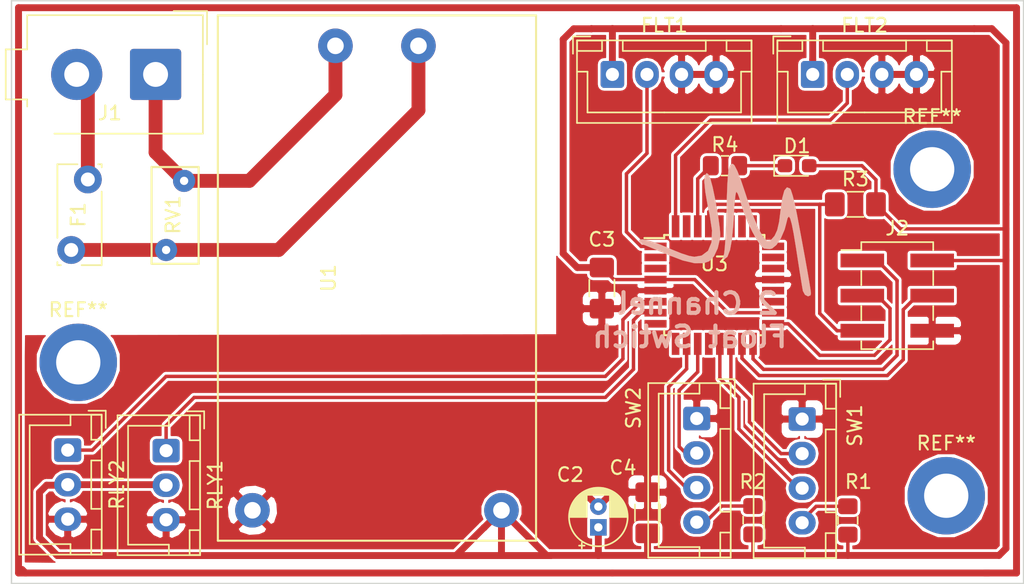
<source format=kicad_pcb>
(kicad_pcb (version 20171130) (host pcbnew "(5.0.1)-3")

  (general
    (thickness 1.6)
    (drawings 5)
    (tracks 162)
    (zones 0)
    (modules 24)
    (nets 37)
  )

  (page A4)
  (layers
    (0 F.Cu signal)
    (31 B.Cu signal)
    (32 B.Adhes user)
    (33 F.Adhes user)
    (34 B.Paste user)
    (35 F.Paste user)
    (36 B.SilkS user)
    (37 F.SilkS user)
    (38 B.Mask user)
    (39 F.Mask user)
    (40 Dwgs.User user)
    (41 Cmts.User user)
    (42 Eco1.User user)
    (43 Eco2.User user)
    (44 Edge.Cuts user)
    (45 Margin user)
    (46 B.CrtYd user hide)
    (47 F.CrtYd user hide)
    (48 B.Fab user)
    (49 F.Fab user hide)
  )

  (setup
    (last_trace_width 0.25)
    (user_trace_width 0.5)
    (user_trace_width 1)
    (trace_clearance 0.2)
    (zone_clearance 0.2)
    (zone_45_only no)
    (trace_min 0.2)
    (segment_width 0.2)
    (edge_width 0.1)
    (via_size 0.8)
    (via_drill 0.4)
    (via_min_size 0.4)
    (via_min_drill 0.3)
    (uvia_size 0.3)
    (uvia_drill 0.1)
    (uvias_allowed no)
    (uvia_min_size 0.2)
    (uvia_min_drill 0.1)
    (pcb_text_width 0.3)
    (pcb_text_size 1.5 1.5)
    (mod_edge_width 0.15)
    (mod_text_size 1 1)
    (mod_text_width 0.15)
    (pad_size 1.5 1.5)
    (pad_drill 0.6)
    (pad_to_mask_clearance 0)
    (solder_mask_min_width 0.25)
    (aux_axis_origin 0 0)
    (visible_elements 7FFFFFFF)
    (pcbplotparams
      (layerselection 0x010fc_ffffffff)
      (usegerberextensions false)
      (usegerberattributes false)
      (usegerberadvancedattributes false)
      (creategerberjobfile false)
      (excludeedgelayer true)
      (linewidth 0.100000)
      (plotframeref false)
      (viasonmask false)
      (mode 1)
      (useauxorigin false)
      (hpglpennumber 1)
      (hpglpenspeed 20)
      (hpglpendiameter 15.000000)
      (psnegative false)
      (psa4output false)
      (plotreference true)
      (plotvalue true)
      (plotinvisibletext false)
      (padsonsilk false)
      (subtractmaskfromsilk false)
      (outputformat 5)
      (mirror false)
      (drillshape 0)
      (scaleselection 1)
      (outputdirectory "./board.svg"))
  )

  (net 0 "")
  (net 1 +5V)
  (net 2 GND)
  (net 3 "Net-(F1-Pad1)")
  (net 4 "Net-(F1-Pad2)")
  (net 5 "Net-(J1-Pad1)")
  (net 6 /MISO0)
  (net 7 /SCK0)
  (net 8 /MOSI0)
  (net 9 /RESET)
  (net 10 /LED_SW1)
  (net 11 /LED_SW2)
  (net 12 "Net-(R1-Pad2)")
  (net 13 "Net-(R2-Pad2)")
  (net 14 /SW1)
  (net 15 /SW2)
  (net 16 /SENS1)
  (net 17 "Net-(U3-Pad2)")
  (net 18 "Net-(U3-Pad3)")
  (net 19 "Net-(U3-Pad8)")
  (net 20 "Net-(U3-Pad9)")
  (net 21 /RELAY1)
  (net 22 /RELAY2)
  (net 23 "Net-(U3-Pad19)")
  (net 24 "Net-(U3-Pad20)")
  (net 25 "Net-(U3-Pad22)")
  (net 26 "Net-(U3-Pad23)")
  (net 27 "Net-(U3-Pad24)")
  (net 28 "Net-(U3-Pad26)")
  (net 29 "Net-(U3-Pad27)")
  (net 30 "Net-(U3-Pad28)")
  (net 31 "Net-(U3-Pad31)")
  (net 32 /SENS2)
  (net 33 "Net-(U3-Pad12)")
  (net 34 "Net-(U3-Pad25)")
  (net 35 "Net-(D1-Pad1)")
  (net 36 "Net-(R4-Pad2)")

  (net_class Default "This is the default net class."
    (clearance 0.2)
    (trace_width 0.25)
    (via_dia 0.8)
    (via_drill 0.4)
    (uvia_dia 0.3)
    (uvia_drill 0.1)
    (add_net +5V)
    (add_net /LED_SW1)
    (add_net /LED_SW2)
    (add_net /MISO0)
    (add_net /MOSI0)
    (add_net /RELAY1)
    (add_net /RELAY2)
    (add_net /RESET)
    (add_net /SCK0)
    (add_net /SENS1)
    (add_net /SENS2)
    (add_net /SW1)
    (add_net /SW2)
    (add_net GND)
    (add_net "Net-(D1-Pad1)")
    (add_net "Net-(F1-Pad1)")
    (add_net "Net-(F1-Pad2)")
    (add_net "Net-(J1-Pad1)")
    (add_net "Net-(R1-Pad2)")
    (add_net "Net-(R2-Pad2)")
    (add_net "Net-(R4-Pad2)")
    (add_net "Net-(U3-Pad12)")
    (add_net "Net-(U3-Pad19)")
    (add_net "Net-(U3-Pad2)")
    (add_net "Net-(U3-Pad20)")
    (add_net "Net-(U3-Pad22)")
    (add_net "Net-(U3-Pad23)")
    (add_net "Net-(U3-Pad24)")
    (add_net "Net-(U3-Pad25)")
    (add_net "Net-(U3-Pad26)")
    (add_net "Net-(U3-Pad27)")
    (add_net "Net-(U3-Pad28)")
    (add_net "Net-(U3-Pad3)")
    (add_net "Net-(U3-Pad31)")
    (add_net "Net-(U3-Pad8)")
    (add_net "Net-(U3-Pad9)")
  )

  (net_class AC ""
    (clearance 0.2)
    (trace_width 0.5)
    (via_dia 0.8)
    (via_drill 0.4)
    (uvia_dia 0.3)
    (uvia_drill 0.1)
  )

  (module Capacitor_THT:CP_Radial_D4.0mm_P1.50mm (layer F.Cu) (tedit 5AE50EF0) (tstamp 5BD75201)
    (at 145.034 111.506 90)
    (descr "CP, Radial series, Radial, pin pitch=1.50mm, , diameter=4mm, Electrolytic Capacitor")
    (tags "CP Radial series Radial pin pitch 1.50mm  diameter 4mm Electrolytic Capacitor")
    (path /5B5E6340)
    (fp_text reference C2 (at 3.81 -2.032 180) (layer F.SilkS)
      (effects (font (size 1 1) (thickness 0.15)))
    )
    (fp_text value 10uF (at 0.75 3.25 90) (layer F.Fab)
      (effects (font (size 1 1) (thickness 0.15)))
    )
    (fp_circle (center 0.75 0) (end 2.75 0) (layer F.Fab) (width 0.1))
    (fp_circle (center 0.75 0) (end 2.87 0) (layer F.SilkS) (width 0.12))
    (fp_circle (center 0.75 0) (end 3 0) (layer F.CrtYd) (width 0.05))
    (fp_line (start -0.952554 -0.8675) (end -0.552554 -0.8675) (layer F.Fab) (width 0.1))
    (fp_line (start -0.752554 -1.0675) (end -0.752554 -0.6675) (layer F.Fab) (width 0.1))
    (fp_line (start 0.75 0.84) (end 0.75 2.08) (layer F.SilkS) (width 0.12))
    (fp_line (start 0.75 -2.08) (end 0.75 -0.84) (layer F.SilkS) (width 0.12))
    (fp_line (start 0.79 0.84) (end 0.79 2.08) (layer F.SilkS) (width 0.12))
    (fp_line (start 0.79 -2.08) (end 0.79 -0.84) (layer F.SilkS) (width 0.12))
    (fp_line (start 0.83 0.84) (end 0.83 2.079) (layer F.SilkS) (width 0.12))
    (fp_line (start 0.83 -2.079) (end 0.83 -0.84) (layer F.SilkS) (width 0.12))
    (fp_line (start 0.87 -2.077) (end 0.87 -0.84) (layer F.SilkS) (width 0.12))
    (fp_line (start 0.87 0.84) (end 0.87 2.077) (layer F.SilkS) (width 0.12))
    (fp_line (start 0.91 -2.074) (end 0.91 -0.84) (layer F.SilkS) (width 0.12))
    (fp_line (start 0.91 0.84) (end 0.91 2.074) (layer F.SilkS) (width 0.12))
    (fp_line (start 0.95 -2.071) (end 0.95 -0.84) (layer F.SilkS) (width 0.12))
    (fp_line (start 0.95 0.84) (end 0.95 2.071) (layer F.SilkS) (width 0.12))
    (fp_line (start 0.99 -2.067) (end 0.99 -0.84) (layer F.SilkS) (width 0.12))
    (fp_line (start 0.99 0.84) (end 0.99 2.067) (layer F.SilkS) (width 0.12))
    (fp_line (start 1.03 -2.062) (end 1.03 -0.84) (layer F.SilkS) (width 0.12))
    (fp_line (start 1.03 0.84) (end 1.03 2.062) (layer F.SilkS) (width 0.12))
    (fp_line (start 1.07 -2.056) (end 1.07 -0.84) (layer F.SilkS) (width 0.12))
    (fp_line (start 1.07 0.84) (end 1.07 2.056) (layer F.SilkS) (width 0.12))
    (fp_line (start 1.11 -2.05) (end 1.11 -0.84) (layer F.SilkS) (width 0.12))
    (fp_line (start 1.11 0.84) (end 1.11 2.05) (layer F.SilkS) (width 0.12))
    (fp_line (start 1.15 -2.042) (end 1.15 -0.84) (layer F.SilkS) (width 0.12))
    (fp_line (start 1.15 0.84) (end 1.15 2.042) (layer F.SilkS) (width 0.12))
    (fp_line (start 1.19 -2.034) (end 1.19 -0.84) (layer F.SilkS) (width 0.12))
    (fp_line (start 1.19 0.84) (end 1.19 2.034) (layer F.SilkS) (width 0.12))
    (fp_line (start 1.23 -2.025) (end 1.23 -0.84) (layer F.SilkS) (width 0.12))
    (fp_line (start 1.23 0.84) (end 1.23 2.025) (layer F.SilkS) (width 0.12))
    (fp_line (start 1.27 -2.016) (end 1.27 -0.84) (layer F.SilkS) (width 0.12))
    (fp_line (start 1.27 0.84) (end 1.27 2.016) (layer F.SilkS) (width 0.12))
    (fp_line (start 1.31 -2.005) (end 1.31 -0.84) (layer F.SilkS) (width 0.12))
    (fp_line (start 1.31 0.84) (end 1.31 2.005) (layer F.SilkS) (width 0.12))
    (fp_line (start 1.35 -1.994) (end 1.35 -0.84) (layer F.SilkS) (width 0.12))
    (fp_line (start 1.35 0.84) (end 1.35 1.994) (layer F.SilkS) (width 0.12))
    (fp_line (start 1.39 -1.982) (end 1.39 -0.84) (layer F.SilkS) (width 0.12))
    (fp_line (start 1.39 0.84) (end 1.39 1.982) (layer F.SilkS) (width 0.12))
    (fp_line (start 1.43 -1.968) (end 1.43 -0.84) (layer F.SilkS) (width 0.12))
    (fp_line (start 1.43 0.84) (end 1.43 1.968) (layer F.SilkS) (width 0.12))
    (fp_line (start 1.471 -1.954) (end 1.471 -0.84) (layer F.SilkS) (width 0.12))
    (fp_line (start 1.471 0.84) (end 1.471 1.954) (layer F.SilkS) (width 0.12))
    (fp_line (start 1.511 -1.94) (end 1.511 -0.84) (layer F.SilkS) (width 0.12))
    (fp_line (start 1.511 0.84) (end 1.511 1.94) (layer F.SilkS) (width 0.12))
    (fp_line (start 1.551 -1.924) (end 1.551 -0.84) (layer F.SilkS) (width 0.12))
    (fp_line (start 1.551 0.84) (end 1.551 1.924) (layer F.SilkS) (width 0.12))
    (fp_line (start 1.591 -1.907) (end 1.591 -0.84) (layer F.SilkS) (width 0.12))
    (fp_line (start 1.591 0.84) (end 1.591 1.907) (layer F.SilkS) (width 0.12))
    (fp_line (start 1.631 -1.889) (end 1.631 -0.84) (layer F.SilkS) (width 0.12))
    (fp_line (start 1.631 0.84) (end 1.631 1.889) (layer F.SilkS) (width 0.12))
    (fp_line (start 1.671 -1.87) (end 1.671 -0.84) (layer F.SilkS) (width 0.12))
    (fp_line (start 1.671 0.84) (end 1.671 1.87) (layer F.SilkS) (width 0.12))
    (fp_line (start 1.711 -1.851) (end 1.711 -0.84) (layer F.SilkS) (width 0.12))
    (fp_line (start 1.711 0.84) (end 1.711 1.851) (layer F.SilkS) (width 0.12))
    (fp_line (start 1.751 -1.83) (end 1.751 -0.84) (layer F.SilkS) (width 0.12))
    (fp_line (start 1.751 0.84) (end 1.751 1.83) (layer F.SilkS) (width 0.12))
    (fp_line (start 1.791 -1.808) (end 1.791 -0.84) (layer F.SilkS) (width 0.12))
    (fp_line (start 1.791 0.84) (end 1.791 1.808) (layer F.SilkS) (width 0.12))
    (fp_line (start 1.831 -1.785) (end 1.831 -0.84) (layer F.SilkS) (width 0.12))
    (fp_line (start 1.831 0.84) (end 1.831 1.785) (layer F.SilkS) (width 0.12))
    (fp_line (start 1.871 -1.76) (end 1.871 -0.84) (layer F.SilkS) (width 0.12))
    (fp_line (start 1.871 0.84) (end 1.871 1.76) (layer F.SilkS) (width 0.12))
    (fp_line (start 1.911 -1.735) (end 1.911 -0.84) (layer F.SilkS) (width 0.12))
    (fp_line (start 1.911 0.84) (end 1.911 1.735) (layer F.SilkS) (width 0.12))
    (fp_line (start 1.951 -1.708) (end 1.951 -0.84) (layer F.SilkS) (width 0.12))
    (fp_line (start 1.951 0.84) (end 1.951 1.708) (layer F.SilkS) (width 0.12))
    (fp_line (start 1.991 -1.68) (end 1.991 -0.84) (layer F.SilkS) (width 0.12))
    (fp_line (start 1.991 0.84) (end 1.991 1.68) (layer F.SilkS) (width 0.12))
    (fp_line (start 2.031 -1.65) (end 2.031 -0.84) (layer F.SilkS) (width 0.12))
    (fp_line (start 2.031 0.84) (end 2.031 1.65) (layer F.SilkS) (width 0.12))
    (fp_line (start 2.071 -1.619) (end 2.071 -0.84) (layer F.SilkS) (width 0.12))
    (fp_line (start 2.071 0.84) (end 2.071 1.619) (layer F.SilkS) (width 0.12))
    (fp_line (start 2.111 -1.587) (end 2.111 -0.84) (layer F.SilkS) (width 0.12))
    (fp_line (start 2.111 0.84) (end 2.111 1.587) (layer F.SilkS) (width 0.12))
    (fp_line (start 2.151 -1.552) (end 2.151 -0.84) (layer F.SilkS) (width 0.12))
    (fp_line (start 2.151 0.84) (end 2.151 1.552) (layer F.SilkS) (width 0.12))
    (fp_line (start 2.191 -1.516) (end 2.191 -0.84) (layer F.SilkS) (width 0.12))
    (fp_line (start 2.191 0.84) (end 2.191 1.516) (layer F.SilkS) (width 0.12))
    (fp_line (start 2.231 -1.478) (end 2.231 -0.84) (layer F.SilkS) (width 0.12))
    (fp_line (start 2.231 0.84) (end 2.231 1.478) (layer F.SilkS) (width 0.12))
    (fp_line (start 2.271 -1.438) (end 2.271 -0.84) (layer F.SilkS) (width 0.12))
    (fp_line (start 2.271 0.84) (end 2.271 1.438) (layer F.SilkS) (width 0.12))
    (fp_line (start 2.311 -1.396) (end 2.311 -0.84) (layer F.SilkS) (width 0.12))
    (fp_line (start 2.311 0.84) (end 2.311 1.396) (layer F.SilkS) (width 0.12))
    (fp_line (start 2.351 -1.351) (end 2.351 1.351) (layer F.SilkS) (width 0.12))
    (fp_line (start 2.391 -1.304) (end 2.391 1.304) (layer F.SilkS) (width 0.12))
    (fp_line (start 2.431 -1.254) (end 2.431 1.254) (layer F.SilkS) (width 0.12))
    (fp_line (start 2.471 -1.2) (end 2.471 1.2) (layer F.SilkS) (width 0.12))
    (fp_line (start 2.511 -1.142) (end 2.511 1.142) (layer F.SilkS) (width 0.12))
    (fp_line (start 2.551 -1.08) (end 2.551 1.08) (layer F.SilkS) (width 0.12))
    (fp_line (start 2.591 -1.013) (end 2.591 1.013) (layer F.SilkS) (width 0.12))
    (fp_line (start 2.631 -0.94) (end 2.631 0.94) (layer F.SilkS) (width 0.12))
    (fp_line (start 2.671 -0.859) (end 2.671 0.859) (layer F.SilkS) (width 0.12))
    (fp_line (start 2.711 -0.768) (end 2.711 0.768) (layer F.SilkS) (width 0.12))
    (fp_line (start 2.751 -0.664) (end 2.751 0.664) (layer F.SilkS) (width 0.12))
    (fp_line (start 2.791 -0.537) (end 2.791 0.537) (layer F.SilkS) (width 0.12))
    (fp_line (start 2.831 -0.37) (end 2.831 0.37) (layer F.SilkS) (width 0.12))
    (fp_line (start -1.519801 -1.195) (end -1.119801 -1.195) (layer F.SilkS) (width 0.12))
    (fp_line (start -1.319801 -1.395) (end -1.319801 -0.995) (layer F.SilkS) (width 0.12))
    (fp_text user %R (at 0.75 0 90) (layer F.Fab)
      (effects (font (size 0.8 0.8) (thickness 0.12)))
    )
    (pad 1 thru_hole rect (at 0 0 90) (size 1.2 1.2) (drill 0.6) (layers *.Cu *.Mask)
      (net 1 +5V))
    (pad 2 thru_hole circle (at 1.5 0 90) (size 1.2 1.2) (drill 0.6) (layers *.Cu *.Mask)
      (net 2 GND))
    (model ${KISYS3DMOD}/Capacitor_THT.3dshapes/CP_Radial_D4.0mm_P1.50mm.wrl
      (at (xyz 0 0 0))
      (scale (xyz 1 1 1))
      (rotate (xyz 0 0 0))
    )
  )

  (module Capacitor_SMD:C_1206_3216Metric_Pad1.42x1.75mm_HandSolder (layer F.Cu) (tedit 5B301BBE) (tstamp 5BCCA4CC)
    (at 145.288 94.1975 270)
    (descr "Capacitor SMD 1206 (3216 Metric), square (rectangular) end terminal, IPC_7351 nominal with elongated pad for handsoldering. (Body size source: http://www.tortai-tech.com/upload/download/2011102023233369053.pdf), generated with kicad-footprint-generator")
    (tags "capacitor handsolder")
    (path /5B5E62D8)
    (attr smd)
    (fp_text reference C3 (at -3.5195 0) (layer F.SilkS)
      (effects (font (size 1 1) (thickness 0.15)))
    )
    (fp_text value 0.1uF (at 0 1.82 270) (layer F.Fab)
      (effects (font (size 1 1) (thickness 0.15)))
    )
    (fp_text user %R (at 0 0 270) (layer F.Fab)
      (effects (font (size 0.8 0.8) (thickness 0.12)))
    )
    (fp_line (start 2.45 1.12) (end -2.45 1.12) (layer F.CrtYd) (width 0.05))
    (fp_line (start 2.45 -1.12) (end 2.45 1.12) (layer F.CrtYd) (width 0.05))
    (fp_line (start -2.45 -1.12) (end 2.45 -1.12) (layer F.CrtYd) (width 0.05))
    (fp_line (start -2.45 1.12) (end -2.45 -1.12) (layer F.CrtYd) (width 0.05))
    (fp_line (start -0.602064 0.91) (end 0.602064 0.91) (layer F.SilkS) (width 0.12))
    (fp_line (start -0.602064 -0.91) (end 0.602064 -0.91) (layer F.SilkS) (width 0.12))
    (fp_line (start 1.6 0.8) (end -1.6 0.8) (layer F.Fab) (width 0.1))
    (fp_line (start 1.6 -0.8) (end 1.6 0.8) (layer F.Fab) (width 0.1))
    (fp_line (start -1.6 -0.8) (end 1.6 -0.8) (layer F.Fab) (width 0.1))
    (fp_line (start -1.6 0.8) (end -1.6 -0.8) (layer F.Fab) (width 0.1))
    (pad 2 smd roundrect (at 1.4875 0 270) (size 1.425 1.75) (layers F.Cu F.Paste F.Mask) (roundrect_rratio 0.175439)
      (net 2 GND))
    (pad 1 smd roundrect (at -1.4875 0 270) (size 1.425 1.75) (layers F.Cu F.Paste F.Mask) (roundrect_rratio 0.175439)
      (net 1 +5V))
    (model ${KISYS3DMOD}/Capacitor_SMD.3dshapes/C_1206_3216Metric.wrl
      (at (xyz 0 0 0))
      (scale (xyz 1 1 1))
      (rotate (xyz 0 0 0))
    )
  )

  (module Capacitor_SMD:C_1206_3216Metric_Pad1.42x1.75mm_HandSolder (layer F.Cu) (tedit 5B301BBE) (tstamp 5BD27907)
    (at 148.59 110.4535 90)
    (descr "Capacitor SMD 1206 (3216 Metric), square (rectangular) end terminal, IPC_7351 nominal with elongated pad for handsoldering. (Body size source: http://www.tortai-tech.com/upload/download/2011102023233369053.pdf), generated with kicad-footprint-generator")
    (tags "capacitor handsolder")
    (path /5B603071)
    (attr smd)
    (fp_text reference C4 (at 3.2655 -1.778 180) (layer F.SilkS)
      (effects (font (size 1 1) (thickness 0.15)))
    )
    (fp_text value 0.1uF (at 0 1.82 90) (layer F.Fab)
      (effects (font (size 1 1) (thickness 0.15)))
    )
    (fp_line (start -1.6 0.8) (end -1.6 -0.8) (layer F.Fab) (width 0.1))
    (fp_line (start -1.6 -0.8) (end 1.6 -0.8) (layer F.Fab) (width 0.1))
    (fp_line (start 1.6 -0.8) (end 1.6 0.8) (layer F.Fab) (width 0.1))
    (fp_line (start 1.6 0.8) (end -1.6 0.8) (layer F.Fab) (width 0.1))
    (fp_line (start -0.602064 -0.91) (end 0.602064 -0.91) (layer F.SilkS) (width 0.12))
    (fp_line (start -0.602064 0.91) (end 0.602064 0.91) (layer F.SilkS) (width 0.12))
    (fp_line (start -2.45 1.12) (end -2.45 -1.12) (layer F.CrtYd) (width 0.05))
    (fp_line (start -2.45 -1.12) (end 2.45 -1.12) (layer F.CrtYd) (width 0.05))
    (fp_line (start 2.45 -1.12) (end 2.45 1.12) (layer F.CrtYd) (width 0.05))
    (fp_line (start 2.45 1.12) (end -2.45 1.12) (layer F.CrtYd) (width 0.05))
    (fp_text user %R (at 0 0 90) (layer F.Fab)
      (effects (font (size 0.8 0.8) (thickness 0.12)))
    )
    (pad 1 smd roundrect (at -1.4875 0 90) (size 1.425 1.75) (layers F.Cu F.Paste F.Mask) (roundrect_rratio 0.175439)
      (net 1 +5V))
    (pad 2 smd roundrect (at 1.4875 0 90) (size 1.425 1.75) (layers F.Cu F.Paste F.Mask) (roundrect_rratio 0.175439)
      (net 2 GND))
    (model ${KISYS3DMOD}/Capacitor_SMD.3dshapes/C_1206_3216Metric.wrl
      (at (xyz 0 0 0))
      (scale (xyz 1 1 1))
      (rotate (xyz 0 0 0))
    )
  )

  (module Connector_PinHeader_2.54mm:PinHeader_2x03_P2.54mm_Vertical_SMD (layer F.Cu) (tedit 59FED5CC) (tstamp 5BCCAB4D)
    (at 166.639 94.742)
    (descr "surface-mounted straight pin header, 2x03, 2.54mm pitch, double rows")
    (tags "Surface mounted pin header SMD 2x03 2.54mm double row")
    (path /5B5E705A)
    (attr smd)
    (fp_text reference J2 (at 0 -4.87) (layer F.SilkS)
      (effects (font (size 1 1) (thickness 0.15)))
    )
    (fp_text value Programmer (at 0 4.87) (layer F.Fab)
      (effects (font (size 1 1) (thickness 0.15)))
    )
    (fp_line (start 2.54 3.81) (end -2.54 3.81) (layer F.Fab) (width 0.1))
    (fp_line (start -1.59 -3.81) (end 2.54 -3.81) (layer F.Fab) (width 0.1))
    (fp_line (start -2.54 3.81) (end -2.54 -2.86) (layer F.Fab) (width 0.1))
    (fp_line (start -2.54 -2.86) (end -1.59 -3.81) (layer F.Fab) (width 0.1))
    (fp_line (start 2.54 -3.81) (end 2.54 3.81) (layer F.Fab) (width 0.1))
    (fp_line (start -2.54 -2.86) (end -3.6 -2.86) (layer F.Fab) (width 0.1))
    (fp_line (start -3.6 -2.86) (end -3.6 -2.22) (layer F.Fab) (width 0.1))
    (fp_line (start -3.6 -2.22) (end -2.54 -2.22) (layer F.Fab) (width 0.1))
    (fp_line (start 2.54 -2.86) (end 3.6 -2.86) (layer F.Fab) (width 0.1))
    (fp_line (start 3.6 -2.86) (end 3.6 -2.22) (layer F.Fab) (width 0.1))
    (fp_line (start 3.6 -2.22) (end 2.54 -2.22) (layer F.Fab) (width 0.1))
    (fp_line (start -2.54 -0.32) (end -3.6 -0.32) (layer F.Fab) (width 0.1))
    (fp_line (start -3.6 -0.32) (end -3.6 0.32) (layer F.Fab) (width 0.1))
    (fp_line (start -3.6 0.32) (end -2.54 0.32) (layer F.Fab) (width 0.1))
    (fp_line (start 2.54 -0.32) (end 3.6 -0.32) (layer F.Fab) (width 0.1))
    (fp_line (start 3.6 -0.32) (end 3.6 0.32) (layer F.Fab) (width 0.1))
    (fp_line (start 3.6 0.32) (end 2.54 0.32) (layer F.Fab) (width 0.1))
    (fp_line (start -2.54 2.22) (end -3.6 2.22) (layer F.Fab) (width 0.1))
    (fp_line (start -3.6 2.22) (end -3.6 2.86) (layer F.Fab) (width 0.1))
    (fp_line (start -3.6 2.86) (end -2.54 2.86) (layer F.Fab) (width 0.1))
    (fp_line (start 2.54 2.22) (end 3.6 2.22) (layer F.Fab) (width 0.1))
    (fp_line (start 3.6 2.22) (end 3.6 2.86) (layer F.Fab) (width 0.1))
    (fp_line (start 3.6 2.86) (end 2.54 2.86) (layer F.Fab) (width 0.1))
    (fp_line (start -2.6 -3.87) (end 2.6 -3.87) (layer F.SilkS) (width 0.12))
    (fp_line (start -2.6 3.87) (end 2.6 3.87) (layer F.SilkS) (width 0.12))
    (fp_line (start -4.04 -3.3) (end -2.6 -3.3) (layer F.SilkS) (width 0.12))
    (fp_line (start -2.6 -3.87) (end -2.6 -3.3) (layer F.SilkS) (width 0.12))
    (fp_line (start 2.6 -3.87) (end 2.6 -3.3) (layer F.SilkS) (width 0.12))
    (fp_line (start -2.6 3.3) (end -2.6 3.87) (layer F.SilkS) (width 0.12))
    (fp_line (start 2.6 3.3) (end 2.6 3.87) (layer F.SilkS) (width 0.12))
    (fp_line (start -2.6 -1.78) (end -2.6 -0.76) (layer F.SilkS) (width 0.12))
    (fp_line (start 2.6 -1.78) (end 2.6 -0.76) (layer F.SilkS) (width 0.12))
    (fp_line (start -2.6 0.76) (end -2.6 1.78) (layer F.SilkS) (width 0.12))
    (fp_line (start 2.6 0.76) (end 2.6 1.78) (layer F.SilkS) (width 0.12))
    (fp_line (start -5.9 -4.35) (end -5.9 4.35) (layer F.CrtYd) (width 0.05))
    (fp_line (start -5.9 4.35) (end 5.9 4.35) (layer F.CrtYd) (width 0.05))
    (fp_line (start 5.9 4.35) (end 5.9 -4.35) (layer F.CrtYd) (width 0.05))
    (fp_line (start 5.9 -4.35) (end -5.9 -4.35) (layer F.CrtYd) (width 0.05))
    (fp_text user %R (at 0 0 90) (layer F.Fab)
      (effects (font (size 1 1) (thickness 0.15)))
    )
    (pad 1 smd rect (at -2.525 -2.54) (size 3.15 1) (layers F.Cu F.Paste F.Mask)
      (net 6 /MISO0))
    (pad 2 smd rect (at 2.525 -2.54) (size 3.15 1) (layers F.Cu F.Paste F.Mask)
      (net 1 +5V))
    (pad 3 smd rect (at -2.525 0) (size 3.15 1) (layers F.Cu F.Paste F.Mask)
      (net 7 /SCK0))
    (pad 4 smd rect (at 2.525 0) (size 3.15 1) (layers F.Cu F.Paste F.Mask)
      (net 8 /MOSI0))
    (pad 5 smd rect (at -2.525 2.54) (size 3.15 1) (layers F.Cu F.Paste F.Mask)
      (net 9 /RESET))
    (pad 6 smd rect (at 2.525 2.54) (size 3.15 1) (layers F.Cu F.Paste F.Mask)
      (net 2 GND))
    (model ${KISYS3DMOD}/Connector_PinHeader_2.54mm.3dshapes/PinHeader_2x03_P2.54mm_Vertical_SMD.wrl
      (at (xyz 0 0 0))
      (scale (xyz 1 1 1))
      (rotate (xyz 0 0 0))
    )
  )

  (module Resistor_SMD:R_0805_2012Metric_Pad1.15x1.40mm_HandSolder (layer F.Cu) (tedit 5B36C52B) (tstamp 5BD742F9)
    (at 163.068 111.007 90)
    (descr "Resistor SMD 0805 (2012 Metric), square (rectangular) end terminal, IPC_7351 nominal with elongated pad for handsoldering. (Body size source: https://docs.google.com/spreadsheets/d/1BsfQQcO9C6DZCsRaXUlFlo91Tg2WpOkGARC1WS5S8t0/edit?usp=sharing), generated with kicad-footprint-generator")
    (tags "resistor handsolder")
    (path /5B5FE18D)
    (attr smd)
    (fp_text reference R1 (at 2.803 0.762 180) (layer F.SilkS)
      (effects (font (size 1 1) (thickness 0.15)))
    )
    (fp_text value 1k (at 0 1.65 90) (layer F.Fab)
      (effects (font (size 1 1) (thickness 0.15)))
    )
    (fp_line (start -1 0.6) (end -1 -0.6) (layer F.Fab) (width 0.1))
    (fp_line (start -1 -0.6) (end 1 -0.6) (layer F.Fab) (width 0.1))
    (fp_line (start 1 -0.6) (end 1 0.6) (layer F.Fab) (width 0.1))
    (fp_line (start 1 0.6) (end -1 0.6) (layer F.Fab) (width 0.1))
    (fp_line (start -0.261252 -0.71) (end 0.261252 -0.71) (layer F.SilkS) (width 0.12))
    (fp_line (start -0.261252 0.71) (end 0.261252 0.71) (layer F.SilkS) (width 0.12))
    (fp_line (start -1.85 0.95) (end -1.85 -0.95) (layer F.CrtYd) (width 0.05))
    (fp_line (start -1.85 -0.95) (end 1.85 -0.95) (layer F.CrtYd) (width 0.05))
    (fp_line (start 1.85 -0.95) (end 1.85 0.95) (layer F.CrtYd) (width 0.05))
    (fp_line (start 1.85 0.95) (end -1.85 0.95) (layer F.CrtYd) (width 0.05))
    (fp_text user %R (at 0 0 90) (layer F.Fab)
      (effects (font (size 0.5 0.5) (thickness 0.08)))
    )
    (pad 1 smd roundrect (at -1.025 0 90) (size 1.15 1.4) (layers F.Cu F.Paste F.Mask) (roundrect_rratio 0.217391)
      (net 1 +5V))
    (pad 2 smd roundrect (at 1.025 0 90) (size 1.15 1.4) (layers F.Cu F.Paste F.Mask) (roundrect_rratio 0.217391)
      (net 12 "Net-(R1-Pad2)"))
    (model ${KISYS3DMOD}/Resistor_SMD.3dshapes/R_0805_2012Metric.wrl
      (at (xyz 0 0 0))
      (scale (xyz 1 1 1))
      (rotate (xyz 0 0 0))
    )
  )

  (module Resistor_SMD:R_0805_2012Metric_Pad1.15x1.40mm_HandSolder (layer F.Cu) (tedit 5B36C52B) (tstamp 5BD279F3)
    (at 156.21 110.989 90)
    (descr "Resistor SMD 0805 (2012 Metric), square (rectangular) end terminal, IPC_7351 nominal with elongated pad for handsoldering. (Body size source: https://docs.google.com/spreadsheets/d/1BsfQQcO9C6DZCsRaXUlFlo91Tg2WpOkGARC1WS5S8t0/edit?usp=sharing), generated with kicad-footprint-generator")
    (tags "resistor handsolder")
    (path /5B5FE21C)
    (attr smd)
    (fp_text reference R2 (at 2.785 0 180) (layer F.SilkS)
      (effects (font (size 1 1) (thickness 0.15)))
    )
    (fp_text value 1k (at 0 1.65 90) (layer F.Fab)
      (effects (font (size 1 1) (thickness 0.15)))
    )
    (fp_text user %R (at 0 0 90) (layer F.Fab)
      (effects (font (size 0.5 0.5) (thickness 0.08)))
    )
    (fp_line (start 1.85 0.95) (end -1.85 0.95) (layer F.CrtYd) (width 0.05))
    (fp_line (start 1.85 -0.95) (end 1.85 0.95) (layer F.CrtYd) (width 0.05))
    (fp_line (start -1.85 -0.95) (end 1.85 -0.95) (layer F.CrtYd) (width 0.05))
    (fp_line (start -1.85 0.95) (end -1.85 -0.95) (layer F.CrtYd) (width 0.05))
    (fp_line (start -0.261252 0.71) (end 0.261252 0.71) (layer F.SilkS) (width 0.12))
    (fp_line (start -0.261252 -0.71) (end 0.261252 -0.71) (layer F.SilkS) (width 0.12))
    (fp_line (start 1 0.6) (end -1 0.6) (layer F.Fab) (width 0.1))
    (fp_line (start 1 -0.6) (end 1 0.6) (layer F.Fab) (width 0.1))
    (fp_line (start -1 -0.6) (end 1 -0.6) (layer F.Fab) (width 0.1))
    (fp_line (start -1 0.6) (end -1 -0.6) (layer F.Fab) (width 0.1))
    (pad 2 smd roundrect (at 1.025 0 90) (size 1.15 1.4) (layers F.Cu F.Paste F.Mask) (roundrect_rratio 0.217391)
      (net 13 "Net-(R2-Pad2)"))
    (pad 1 smd roundrect (at -1.025 0 90) (size 1.15 1.4) (layers F.Cu F.Paste F.Mask) (roundrect_rratio 0.217391)
      (net 1 +5V))
    (model ${KISYS3DMOD}/Resistor_SMD.3dshapes/R_0805_2012Metric.wrl
      (at (xyz 0 0 0))
      (scale (xyz 1 1 1))
      (rotate (xyz 0 0 0))
    )
  )

  (module Varistor:RV_Disc_D7mm_W3.4mm_P5mm (layer F.Cu) (tedit 5BCBCB6C) (tstamp 5BD74BCB)
    (at 113.792 91.44 90)
    (descr "Varistor, diameter 7mm, width 3.4mm, pitch 5mm")
    (tags "varistor SIOV")
    (path /5B5E607C)
    (fp_text reference RV1 (at 2.54 0.508 90) (layer F.SilkS)
      (effects (font (size 1 1) (thickness 0.15)))
    )
    (fp_text value Varistor (at 2.5 -2.05 90) (layer F.Fab)
      (effects (font (size 1 1) (thickness 0.15)))
    )
    (fp_text user %R (at 2.5 0.65 90) (layer F.Fab)
      (effects (font (size 1 1) (thickness 0.15)))
    )
    (fp_line (start -1.25 2.6) (end 6.25 2.6) (layer F.CrtYd) (width 0.05))
    (fp_line (start -1.25 -1.3) (end 6.25 -1.3) (layer F.CrtYd) (width 0.05))
    (fp_line (start 6.25 -1.3) (end 6.25 2.6) (layer F.CrtYd) (width 0.05))
    (fp_line (start -1.25 -1.3) (end -1.25 2.6) (layer F.CrtYd) (width 0.05))
    (fp_line (start -1 2.35) (end 6 2.35) (layer F.SilkS) (width 0.15))
    (fp_line (start -1 -1.05) (end 6 -1.05) (layer F.SilkS) (width 0.15))
    (fp_line (start 6 -1.05) (end 6 2.35) (layer F.SilkS) (width 0.15))
    (fp_line (start -1 -1.05) (end -1 2.35) (layer F.SilkS) (width 0.15))
    (fp_line (start -1 2.35) (end 6 2.35) (layer F.Fab) (width 0.1))
    (fp_line (start -1 -1.05) (end 6 -1.05) (layer F.Fab) (width 0.1))
    (fp_line (start 6 -1.05) (end 6 2.35) (layer F.Fab) (width 0.1))
    (fp_line (start -1 -1.05) (end -1 2.35) (layer F.Fab) (width 0.1))
    (pad 1 thru_hole circle (at 0 0 90) (size 1.6 1.6) (drill 0.6) (layers *.Cu *.Mask)
      (net 3 "Net-(F1-Pad1)"))
    (pad 2 thru_hole circle (at 5 1.3 90) (size 1.6 1.6) (drill 0.6) (layers *.Cu *.Mask)
      (net 5 "Net-(J1-Pad1)"))
    (model ${KISYS3DMOD}/Varistor.3dshapes/RV_Disc_D7mm_W3.4mm_P5mm.wrl
      (at (xyz 0 0 0))
      (scale (xyz 1 1 1))
      (rotate (xyz 0 0 0))
    )
  )

  (module Package_QFP:TQFP-32_7x7mm_P0.8mm (layer F.Cu) (tedit 5A02F146) (tstamp 5BCCAA81)
    (at 153.416 93.98)
    (descr "32-Lead Plastic Thin Quad Flatpack (PT) - 7x7x1.0 mm Body, 2.00 mm [TQFP] (see Microchip Packaging Specification 00000049BS.pdf)")
    (tags "QFP 0.8")
    (path /5B5E6ED7)
    (attr smd)
    (fp_text reference U3 (at 0 -1.524) (layer F.SilkS)
      (effects (font (size 1 1) (thickness 0.15)))
    )
    (fp_text value ATmega328PB-AU (at 0 6.05) (layer F.Fab)
      (effects (font (size 1 1) (thickness 0.15)))
    )
    (fp_text user %R (at 0 0) (layer F.Fab)
      (effects (font (size 1 1) (thickness 0.15)))
    )
    (fp_line (start -2.5 -3.5) (end 3.5 -3.5) (layer F.Fab) (width 0.15))
    (fp_line (start 3.5 -3.5) (end 3.5 3.5) (layer F.Fab) (width 0.15))
    (fp_line (start 3.5 3.5) (end -3.5 3.5) (layer F.Fab) (width 0.15))
    (fp_line (start -3.5 3.5) (end -3.5 -2.5) (layer F.Fab) (width 0.15))
    (fp_line (start -3.5 -2.5) (end -2.5 -3.5) (layer F.Fab) (width 0.15))
    (fp_line (start -5.3 -5.3) (end -5.3 5.3) (layer F.CrtYd) (width 0.05))
    (fp_line (start 5.3 -5.3) (end 5.3 5.3) (layer F.CrtYd) (width 0.05))
    (fp_line (start -5.3 -5.3) (end 5.3 -5.3) (layer F.CrtYd) (width 0.05))
    (fp_line (start -5.3 5.3) (end 5.3 5.3) (layer F.CrtYd) (width 0.05))
    (fp_line (start -3.625 -3.625) (end -3.625 -3.4) (layer F.SilkS) (width 0.15))
    (fp_line (start 3.625 -3.625) (end 3.625 -3.3) (layer F.SilkS) (width 0.15))
    (fp_line (start 3.625 3.625) (end 3.625 3.3) (layer F.SilkS) (width 0.15))
    (fp_line (start -3.625 3.625) (end -3.625 3.3) (layer F.SilkS) (width 0.15))
    (fp_line (start -3.625 -3.625) (end -3.3 -3.625) (layer F.SilkS) (width 0.15))
    (fp_line (start -3.625 3.625) (end -3.3 3.625) (layer F.SilkS) (width 0.15))
    (fp_line (start 3.625 3.625) (end 3.3 3.625) (layer F.SilkS) (width 0.15))
    (fp_line (start 3.625 -3.625) (end 3.3 -3.625) (layer F.SilkS) (width 0.15))
    (fp_line (start -3.625 -3.4) (end -5.05 -3.4) (layer F.SilkS) (width 0.15))
    (pad 1 smd rect (at -4.25 -2.8) (size 1.6 0.55) (layers F.Cu F.Paste F.Mask)
      (net 16 /SENS1))
    (pad 2 smd rect (at -4.25 -2) (size 1.6 0.55) (layers F.Cu F.Paste F.Mask)
      (net 17 "Net-(U3-Pad2)"))
    (pad 3 smd rect (at -4.25 -1.2) (size 1.6 0.55) (layers F.Cu F.Paste F.Mask)
      (net 18 "Net-(U3-Pad3)"))
    (pad 4 smd rect (at -4.25 -0.4) (size 1.6 0.55) (layers F.Cu F.Paste F.Mask)
      (net 1 +5V))
    (pad 5 smd rect (at -4.25 0.4) (size 1.6 0.55) (layers F.Cu F.Paste F.Mask)
      (net 2 GND))
    (pad 6 smd rect (at -4.25 1.2) (size 1.6 0.55) (layers F.Cu F.Paste F.Mask)
      (net 22 /RELAY2))
    (pad 7 smd rect (at -4.25 2) (size 1.6 0.55) (layers F.Cu F.Paste F.Mask)
      (net 21 /RELAY1))
    (pad 8 smd rect (at -4.25 2.8) (size 1.6 0.55) (layers F.Cu F.Paste F.Mask)
      (net 19 "Net-(U3-Pad8)"))
    (pad 9 smd rect (at -2.8 4.25 90) (size 1.6 0.55) (layers F.Cu F.Paste F.Mask)
      (net 20 "Net-(U3-Pad9)"))
    (pad 10 smd rect (at -2 4.25 90) (size 1.6 0.55) (layers F.Cu F.Paste F.Mask)
      (net 11 /LED_SW2))
    (pad 11 smd rect (at -1.2 4.25 90) (size 1.6 0.55) (layers F.Cu F.Paste F.Mask)
      (net 15 /SW2))
    (pad 12 smd rect (at -0.4 4.25 90) (size 1.6 0.55) (layers F.Cu F.Paste F.Mask)
      (net 33 "Net-(U3-Pad12)"))
    (pad 13 smd rect (at 0.4 4.25 90) (size 1.6 0.55) (layers F.Cu F.Paste F.Mask)
      (net 10 /LED_SW1))
    (pad 14 smd rect (at 1.2 4.25 90) (size 1.6 0.55) (layers F.Cu F.Paste F.Mask)
      (net 14 /SW1))
    (pad 15 smd rect (at 2 4.25 90) (size 1.6 0.55) (layers F.Cu F.Paste F.Mask)
      (net 8 /MOSI0))
    (pad 16 smd rect (at 2.8 4.25 90) (size 1.6 0.55) (layers F.Cu F.Paste F.Mask)
      (net 6 /MISO0))
    (pad 17 smd rect (at 4.25 2.8) (size 1.6 0.55) (layers F.Cu F.Paste F.Mask)
      (net 7 /SCK0))
    (pad 18 smd rect (at 4.25 2) (size 1.6 0.55) (layers F.Cu F.Paste F.Mask)
      (net 1 +5V))
    (pad 19 smd rect (at 4.25 1.2) (size 1.6 0.55) (layers F.Cu F.Paste F.Mask)
      (net 23 "Net-(U3-Pad19)"))
    (pad 20 smd rect (at 4.25 0.4) (size 1.6 0.55) (layers F.Cu F.Paste F.Mask)
      (net 24 "Net-(U3-Pad20)"))
    (pad 21 smd rect (at 4.25 -0.4) (size 1.6 0.55) (layers F.Cu F.Paste F.Mask)
      (net 2 GND))
    (pad 22 smd rect (at 4.25 -1.2) (size 1.6 0.55) (layers F.Cu F.Paste F.Mask)
      (net 25 "Net-(U3-Pad22)"))
    (pad 23 smd rect (at 4.25 -2) (size 1.6 0.55) (layers F.Cu F.Paste F.Mask)
      (net 26 "Net-(U3-Pad23)"))
    (pad 24 smd rect (at 4.25 -2.8) (size 1.6 0.55) (layers F.Cu F.Paste F.Mask)
      (net 27 "Net-(U3-Pad24)"))
    (pad 25 smd rect (at 2.8 -4.25 90) (size 1.6 0.55) (layers F.Cu F.Paste F.Mask)
      (net 34 "Net-(U3-Pad25)"))
    (pad 26 smd rect (at 2 -4.25 90) (size 1.6 0.55) (layers F.Cu F.Paste F.Mask)
      (net 28 "Net-(U3-Pad26)"))
    (pad 27 smd rect (at 1.2 -4.25 90) (size 1.6 0.55) (layers F.Cu F.Paste F.Mask)
      (net 29 "Net-(U3-Pad27)"))
    (pad 28 smd rect (at 0.4 -4.25 90) (size 1.6 0.55) (layers F.Cu F.Paste F.Mask)
      (net 30 "Net-(U3-Pad28)"))
    (pad 29 smd rect (at -0.4 -4.25 90) (size 1.6 0.55) (layers F.Cu F.Paste F.Mask)
      (net 9 /RESET))
    (pad 30 smd rect (at -1.2 -4.25 90) (size 1.6 0.55) (layers F.Cu F.Paste F.Mask)
      (net 36 "Net-(R4-Pad2)"))
    (pad 31 smd rect (at -2 -4.25 90) (size 1.6 0.55) (layers F.Cu F.Paste F.Mask)
      (net 31 "Net-(U3-Pad31)"))
    (pad 32 smd rect (at -2.8 -4.25 90) (size 1.6 0.55) (layers F.Cu F.Paste F.Mask)
      (net 32 /SENS2))
    (model ${KISYS3DMOD}/Package_QFP.3dshapes/TQFP-32_7x7mm_P0.8mm.wrl
      (at (xyz 0 0 0))
      (scale (xyz 1 1 1))
      (rotate (xyz 0 0 0))
    )
  )

  (module Fuse:Fuse_Bourns_MF-RG300 (layer F.Cu) (tedit 5B8F0E50) (tstamp 5BD7499D)
    (at 106.934 91.44 90)
    (descr "PTC Resettable Fuse, Ihold = 3.0A, Itrip=5.1A, http://www.bourns.com/docs/Product-Datasheets/mfrg.pdf")
    (tags "ptc resettable fuse polyfuse THT")
    (path /5B5E5FCF)
    (fp_text reference F1 (at 2.54 0.508 90) (layer F.SilkS)
      (effects (font (size 1 1) (thickness 0.15)))
    )
    (fp_text value Fuse (at 2.55 3.1 90) (layer F.Fab)
      (effects (font (size 1 1) (thickness 0.15)))
    )
    (fp_line (start -1 -0.9) (end -1 2.1) (layer F.Fab) (width 0.1))
    (fp_line (start -1 2.1) (end 6.1 2.1) (layer F.Fab) (width 0.1))
    (fp_line (start 6.1 2.1) (end 6.1 -0.9) (layer F.Fab) (width 0.1))
    (fp_line (start 6.1 -0.9) (end -1 -0.9) (layer F.Fab) (width 0.1))
    (fp_line (start -1.1 -1) (end -0.879 -1) (layer F.SilkS) (width 0.12))
    (fp_line (start 0.879 -1) (end 6.2 -1) (layer F.SilkS) (width 0.12))
    (fp_line (start -1.1 2.2) (end 4.222 2.2) (layer F.SilkS) (width 0.12))
    (fp_line (start 5.979 2.2) (end 6.2 2.2) (layer F.SilkS) (width 0.12))
    (fp_line (start -1.1 -1) (end -1.1 -0.75) (layer F.SilkS) (width 0.12))
    (fp_line (start -1.1 0.75) (end -1.1 2.2) (layer F.SilkS) (width 0.12))
    (fp_line (start 6.2 -1) (end 6.2 0.451) (layer F.SilkS) (width 0.12))
    (fp_line (start 6.2 1.95) (end 6.2 2.2) (layer F.SilkS) (width 0.12))
    (fp_line (start -1.25 -1.15) (end -1.25 2.35) (layer F.CrtYd) (width 0.05))
    (fp_line (start -1.25 2.35) (end 6.35 2.35) (layer F.CrtYd) (width 0.05))
    (fp_line (start 6.35 2.35) (end 6.35 -1.15) (layer F.CrtYd) (width 0.05))
    (fp_line (start 6.35 -1.15) (end -1.25 -1.15) (layer F.CrtYd) (width 0.05))
    (fp_text user %R (at 2.55 0.6 90) (layer F.Fab)
      (effects (font (size 1 1) (thickness 0.15)))
    )
    (pad 1 thru_hole circle (at 0 0 90) (size 2.01 2.01) (drill 1.01) (layers *.Cu *.Mask)
      (net 3 "Net-(F1-Pad1)"))
    (pad 2 thru_hole circle (at 5.1 1.2 90) (size 2.01 2.01) (drill 1.01) (layers *.Cu *.Mask)
      (net 4 "Net-(F1-Pad2)"))
    (model ${KISYS3DMOD}/Fuse.3dshapes/Fuse_Bourns_MF-RG300.wrl
      (at (xyz 0 0 0))
      (scale (xyz 1 1 1))
      (rotate (xyz 0 0 0))
    )
  )

  (module Connector_Molex:Molex_Mega-Fit_76829-0102_2x01_P5.70mm_Vertical (layer F.Cu) (tedit 5B781062) (tstamp 5BD74B17)
    (at 113.03 78.74 270)
    (descr "Molex Mega-Fit Power Connectors, 76829-0102 (compatible alternatives: 172065-0202, 172065-0302), 1 Pins per row (http://www.molex.com/pdm_docs/sd/768290102_sd.pdf), generated with kicad-footprint-generator")
    (tags "connector Molex Mega-Fit side entry")
    (path /5B5E5E9C)
    (fp_text reference J1 (at 2.794 3.302) (layer F.SilkS)
      (effects (font (size 1 1) (thickness 0.15)))
    )
    (fp_text value Conn_AC_MAINS (at 0 11.92 270) (layer F.Fab)
      (effects (font (size 1 1) (thickness 0.15)))
    )
    (fp_line (start -3.175 -3.31) (end -4.175 -2.31) (layer F.Fab) (width 0.1))
    (fp_line (start -4.175 -2.31) (end -4.175 9.17) (layer F.Fab) (width 0.1))
    (fp_line (start -4.175 9.17) (end 4.175 9.17) (layer F.Fab) (width 0.1))
    (fp_line (start 4.175 9.17) (end 4.175 -3.31) (layer F.Fab) (width 0.1))
    (fp_line (start 4.175 -3.31) (end -3.175 -3.31) (layer F.Fab) (width 0.1))
    (fp_line (start -1.7 9.17) (end -1.7 10.72) (layer F.Fab) (width 0.1))
    (fp_line (start -1.7 10.72) (end 1.7 10.72) (layer F.Fab) (width 0.1))
    (fp_line (start 1.7 10.72) (end 1.7 9.17) (layer F.Fab) (width 0.1))
    (fp_line (start 0 -3.42) (end -4.285 -3.42) (layer F.SilkS) (width 0.12))
    (fp_line (start -4.285 -3.42) (end -4.285 9.28) (layer F.SilkS) (width 0.12))
    (fp_line (start -4.285 9.28) (end -1.81 9.28) (layer F.SilkS) (width 0.12))
    (fp_line (start -1.81 9.28) (end -1.81 10.83) (layer F.SilkS) (width 0.12))
    (fp_line (start -1.81 10.83) (end 0 10.83) (layer F.SilkS) (width 0.12))
    (fp_line (start 0 -3.42) (end 4.285 -3.42) (layer F.SilkS) (width 0.12))
    (fp_line (start 4.285 -3.42) (end 4.285 7.31) (layer F.SilkS) (width 0.12))
    (fp_line (start 2.32 9.28) (end 1.81 9.28) (layer F.SilkS) (width 0.12))
    (fp_line (start 1.81 9.28) (end 1.81 10.83) (layer F.SilkS) (width 0.12))
    (fp_line (start 1.81 10.83) (end 0 10.83) (layer F.SilkS) (width 0.12))
    (fp_line (start -4.585 -1.31) (end -4.585 -3.72) (layer F.SilkS) (width 0.12))
    (fp_line (start -4.585 -3.72) (end -2.175 -3.72) (layer F.SilkS) (width 0.12))
    (fp_line (start -4.68 -3.81) (end -4.68 11.22) (layer F.CrtYd) (width 0.05))
    (fp_line (start -4.68 11.22) (end 4.68 11.22) (layer F.CrtYd) (width 0.05))
    (fp_line (start 4.68 11.22) (end 4.68 -3.81) (layer F.CrtYd) (width 0.05))
    (fp_line (start 4.68 -3.81) (end -4.68 -3.81) (layer F.CrtYd) (width 0.05))
    (fp_text user %R (at 0 -2.61 270) (layer F.Fab)
      (effects (font (size 1 1) (thickness 0.15)))
    )
    (pad 1 thru_hole roundrect (at 0 0 270) (size 3.7 3.7) (drill 1.8) (layers *.Cu *.Mask) (roundrect_rratio 0.067568)
      (net 5 "Net-(J1-Pad1)"))
    (pad 2 thru_hole circle (at 0 5.7 270) (size 3.7 3.7) (drill 1.8) (layers *.Cu *.Mask)
      (net 4 "Net-(F1-Pad2)"))
    (pad "" np_thru_hole circle (at 3.48 8.47 270) (size 1.8 1.8) (drill 1.8) (layers *.Cu *.Mask))
    (model ${KISYS3DMOD}/Connector_Molex.3dshapes/Molex_Mega-Fit_76829-0102_2x01_P5.70mm_Vertical.wrl
      (at (xyz 0 0 0))
      (scale (xyz 1 1 1))
      (rotate (xyz 0 0 0))
    )
  )

  (module Resistor_SMD:R_1206_3216Metric_Pad1.42x1.75mm_HandSolder (layer F.Cu) (tedit 5B301BBD) (tstamp 5BD26D38)
    (at 163.6125 88.138)
    (descr "Resistor SMD 1206 (3216 Metric), square (rectangular) end terminal, IPC_7351 nominal with elongated pad for handsoldering. (Body size source: http://www.tortai-tech.com/upload/download/2011102023233369053.pdf), generated with kicad-footprint-generator")
    (tags "resistor handsolder")
    (path /5B605473)
    (attr smd)
    (fp_text reference R3 (at 0 -1.82) (layer F.SilkS)
      (effects (font (size 1 1) (thickness 0.15)))
    )
    (fp_text value 10k (at 0 1.82) (layer F.Fab)
      (effects (font (size 1 1) (thickness 0.15)))
    )
    (fp_line (start -1.6 0.8) (end -1.6 -0.8) (layer F.Fab) (width 0.1))
    (fp_line (start -1.6 -0.8) (end 1.6 -0.8) (layer F.Fab) (width 0.1))
    (fp_line (start 1.6 -0.8) (end 1.6 0.8) (layer F.Fab) (width 0.1))
    (fp_line (start 1.6 0.8) (end -1.6 0.8) (layer F.Fab) (width 0.1))
    (fp_line (start -0.602064 -0.91) (end 0.602064 -0.91) (layer F.SilkS) (width 0.12))
    (fp_line (start -0.602064 0.91) (end 0.602064 0.91) (layer F.SilkS) (width 0.12))
    (fp_line (start -2.45 1.12) (end -2.45 -1.12) (layer F.CrtYd) (width 0.05))
    (fp_line (start -2.45 -1.12) (end 2.45 -1.12) (layer F.CrtYd) (width 0.05))
    (fp_line (start 2.45 -1.12) (end 2.45 1.12) (layer F.CrtYd) (width 0.05))
    (fp_line (start 2.45 1.12) (end -2.45 1.12) (layer F.CrtYd) (width 0.05))
    (fp_text user %R (at 0 0) (layer F.Fab)
      (effects (font (size 0.8 0.8) (thickness 0.12)))
    )
    (pad 1 smd roundrect (at -1.4875 0) (size 1.425 1.75) (layers F.Cu F.Paste F.Mask) (roundrect_rratio 0.175439)
      (net 9 /RESET))
    (pad 2 smd roundrect (at 1.4875 0) (size 1.425 1.75) (layers F.Cu F.Paste F.Mask) (roundrect_rratio 0.175439)
      (net 1 +5V))
    (model ${KISYS3DMOD}/Resistor_SMD.3dshapes/R_1206_3216Metric.wrl
      (at (xyz 0 0 0))
      (scale (xyz 1 1 1))
      (rotate (xyz 0 0 0))
    )
  )

  (module MountingHole:MountingHole_3.2mm_M3_DIN965_Pad (layer F.Cu) (tedit 56D1B4CB) (tstamp 5BD28B3C)
    (at 170.18 109.22)
    (descr "Mounting Hole 3.2mm, M3, DIN965")
    (tags "mounting hole 3.2mm m3 din965")
    (attr virtual)
    (fp_text reference REF** (at 0 -3.8) (layer F.SilkS)
      (effects (font (size 1 1) (thickness 0.15)))
    )
    (fp_text value MountingHole_3.2mm_M3_DIN965_Pad (at 0 3.8) (layer F.Fab)
      (effects (font (size 1 1) (thickness 0.15)))
    )
    (fp_circle (center 0 0) (end 3.05 0) (layer F.CrtYd) (width 0.05))
    (fp_circle (center 0 0) (end 2.8 0) (layer Cmts.User) (width 0.15))
    (fp_text user %R (at 0.3 0) (layer F.Fab)
      (effects (font (size 1 1) (thickness 0.15)))
    )
    (pad 1 thru_hole circle (at 0 0) (size 5.6 5.6) (drill 3.2) (layers *.Cu *.Mask))
  )

  (module MountingHole:MountingHole_3.2mm_M3_DIN965_Pad (layer F.Cu) (tedit 56D1B4CB) (tstamp 5BD28B62)
    (at 107.442 99.568)
    (descr "Mounting Hole 3.2mm, M3, DIN965")
    (tags "mounting hole 3.2mm m3 din965")
    (attr virtual)
    (fp_text reference REF** (at 0 -3.8) (layer F.SilkS)
      (effects (font (size 1 1) (thickness 0.15)))
    )
    (fp_text value MountingHole_3.2mm_M3_DIN965_Pad (at 0 3.8) (layer F.Fab)
      (effects (font (size 1 1) (thickness 0.15)))
    )
    (fp_circle (center 0 0) (end 3.05 0) (layer F.CrtYd) (width 0.05))
    (fp_circle (center 0 0) (end 2.8 0) (layer Cmts.User) (width 0.15))
    (fp_text user %R (at 0.3 0) (layer F.Fab)
      (effects (font (size 1 1) (thickness 0.15)))
    )
    (pad 1 thru_hole circle (at 0 0) (size 5.6 5.6) (drill 3.2) (layers *.Cu *.Mask))
  )

  (module remoteSwitch_footprints:HLK-5M05 (layer F.Cu) (tedit 5BCCF0A1) (tstamp 5BD2BA1D)
    (at 129.032 93.472 270)
    (path /5BCD3DE1)
    (fp_text reference U1 (at 0 3.5 270) (layer F.SilkS)
      (effects (font (size 1 1) (thickness 0.15)))
    )
    (fp_text value HLK-5M05 (at 0 -6.5 270) (layer F.Fab)
      (effects (font (size 1 1) (thickness 0.15)))
    )
    (fp_line (start -19 11.5) (end 19 11.5) (layer F.SilkS) (width 0.15))
    (fp_line (start 19 11.5) (end 19 -11.5) (layer F.SilkS) (width 0.15))
    (fp_line (start 19 -11.5) (end -19 -11.5) (layer F.SilkS) (width 0.15))
    (fp_line (start -19 -11.5) (end -19 11.5) (layer F.SilkS) (width 0.15))
    (pad 1 thru_hole circle (at -16.8 -3 270) (size 2.5 2.5) (drill 1.2) (layers *.Cu *.Mask)
      (net 3 "Net-(F1-Pad1)"))
    (pad 2 thru_hole circle (at -16.8 3 270) (size 2.5 2.5) (drill 1.2) (layers *.Cu *.Mask)
      (net 5 "Net-(J1-Pad1)"))
    (pad 3 thru_hole circle (at 16.8 -9 270) (size 2.5 2.5) (drill 1.2) (layers *.Cu *.Mask)
      (net 1 +5V))
    (pad 4 thru_hole circle (at 16.8 9 270) (size 2.5 2.5) (drill 1.2) (layers *.Cu *.Mask)
      (net 2 GND))
  )

  (module Connector_JST:JST_XH_B04B-XH-A_1x04_P2.50mm_Vertical (layer F.Cu) (tedit 5B7754C5) (tstamp 5BD2BAA9)
    (at 146.05 78.74)
    (descr "JST XH series connector, B04B-XH-A (http://www.jst-mfg.com/product/pdf/eng/eXH.pdf), generated with kicad-footprint-generator")
    (tags "connector JST XH side entry")
    (path /5BD15753)
    (fp_text reference FLT1 (at 3.75 -3.55) (layer F.SilkS)
      (effects (font (size 1 1) (thickness 0.15)))
    )
    (fp_text value FLOAT (at 3.75 4.6) (layer F.Fab)
      (effects (font (size 1 1) (thickness 0.15)))
    )
    (fp_line (start -2.45 -2.35) (end -2.45 3.4) (layer F.Fab) (width 0.1))
    (fp_line (start -2.45 3.4) (end 9.95 3.4) (layer F.Fab) (width 0.1))
    (fp_line (start 9.95 3.4) (end 9.95 -2.35) (layer F.Fab) (width 0.1))
    (fp_line (start 9.95 -2.35) (end -2.45 -2.35) (layer F.Fab) (width 0.1))
    (fp_line (start -2.56 -2.46) (end -2.56 3.51) (layer F.SilkS) (width 0.12))
    (fp_line (start -2.56 3.51) (end 10.06 3.51) (layer F.SilkS) (width 0.12))
    (fp_line (start 10.06 3.51) (end 10.06 -2.46) (layer F.SilkS) (width 0.12))
    (fp_line (start 10.06 -2.46) (end -2.56 -2.46) (layer F.SilkS) (width 0.12))
    (fp_line (start -2.95 -2.85) (end -2.95 3.9) (layer F.CrtYd) (width 0.05))
    (fp_line (start -2.95 3.9) (end 10.45 3.9) (layer F.CrtYd) (width 0.05))
    (fp_line (start 10.45 3.9) (end 10.45 -2.85) (layer F.CrtYd) (width 0.05))
    (fp_line (start 10.45 -2.85) (end -2.95 -2.85) (layer F.CrtYd) (width 0.05))
    (fp_line (start -0.625 -2.35) (end 0 -1.35) (layer F.Fab) (width 0.1))
    (fp_line (start 0 -1.35) (end 0.625 -2.35) (layer F.Fab) (width 0.1))
    (fp_line (start 0.75 -2.45) (end 0.75 -1.7) (layer F.SilkS) (width 0.12))
    (fp_line (start 0.75 -1.7) (end 6.75 -1.7) (layer F.SilkS) (width 0.12))
    (fp_line (start 6.75 -1.7) (end 6.75 -2.45) (layer F.SilkS) (width 0.12))
    (fp_line (start 6.75 -2.45) (end 0.75 -2.45) (layer F.SilkS) (width 0.12))
    (fp_line (start -2.55 -2.45) (end -2.55 -1.7) (layer F.SilkS) (width 0.12))
    (fp_line (start -2.55 -1.7) (end -0.75 -1.7) (layer F.SilkS) (width 0.12))
    (fp_line (start -0.75 -1.7) (end -0.75 -2.45) (layer F.SilkS) (width 0.12))
    (fp_line (start -0.75 -2.45) (end -2.55 -2.45) (layer F.SilkS) (width 0.12))
    (fp_line (start 8.25 -2.45) (end 8.25 -1.7) (layer F.SilkS) (width 0.12))
    (fp_line (start 8.25 -1.7) (end 10.05 -1.7) (layer F.SilkS) (width 0.12))
    (fp_line (start 10.05 -1.7) (end 10.05 -2.45) (layer F.SilkS) (width 0.12))
    (fp_line (start 10.05 -2.45) (end 8.25 -2.45) (layer F.SilkS) (width 0.12))
    (fp_line (start -2.55 -0.2) (end -1.8 -0.2) (layer F.SilkS) (width 0.12))
    (fp_line (start -1.8 -0.2) (end -1.8 2.75) (layer F.SilkS) (width 0.12))
    (fp_line (start -1.8 2.75) (end 3.75 2.75) (layer F.SilkS) (width 0.12))
    (fp_line (start 10.05 -0.2) (end 9.3 -0.2) (layer F.SilkS) (width 0.12))
    (fp_line (start 9.3 -0.2) (end 9.3 2.75) (layer F.SilkS) (width 0.12))
    (fp_line (start 9.3 2.75) (end 3.75 2.75) (layer F.SilkS) (width 0.12))
    (fp_line (start -1.6 -2.75) (end -2.85 -2.75) (layer F.SilkS) (width 0.12))
    (fp_line (start -2.85 -2.75) (end -2.85 -1.5) (layer F.SilkS) (width 0.12))
    (fp_text user %R (at 3.75 2.7) (layer F.Fab)
      (effects (font (size 1 1) (thickness 0.15)))
    )
    (pad 1 thru_hole roundrect (at 0 0) (size 1.7 1.95) (drill 0.95) (layers *.Cu *.Mask) (roundrect_rratio 0.147059)
      (net 1 +5V))
    (pad 2 thru_hole oval (at 2.5 0) (size 1.7 1.95) (drill 0.95) (layers *.Cu *.Mask)
      (net 16 /SENS1))
    (pad 3 thru_hole oval (at 5 0) (size 1.7 1.95) (drill 0.95) (layers *.Cu *.Mask)
      (net 2 GND))
    (pad 4 thru_hole oval (at 7.5 0) (size 1.7 1.95) (drill 0.95) (layers *.Cu *.Mask)
      (net 2 GND))
    (model ${KISYS3DMOD}/Connector_JST.3dshapes/JST_XH_B04B-XH-A_1x04_P2.50mm_Vertical.wrl
      (at (xyz 0 0 0))
      (scale (xyz 1 1 1))
      (rotate (xyz 0 0 0))
    )
  )

  (module Connector_JST:JST_XH_B04B-XH-A_1x04_P2.50mm_Vertical (layer F.Cu) (tedit 5B7754C5) (tstamp 5BD2BAD3)
    (at 160.528 78.74)
    (descr "JST XH series connector, B04B-XH-A (http://www.jst-mfg.com/product/pdf/eng/eXH.pdf), generated with kicad-footprint-generator")
    (tags "connector JST XH side entry")
    (path /5BCE51EF)
    (fp_text reference FLT2 (at 3.75 -3.55) (layer F.SilkS)
      (effects (font (size 1 1) (thickness 0.15)))
    )
    (fp_text value FLOAT (at 3.75 4.6) (layer F.Fab)
      (effects (font (size 1 1) (thickness 0.15)))
    )
    (fp_text user %R (at 3.75 2.7) (layer F.Fab)
      (effects (font (size 1 1) (thickness 0.15)))
    )
    (fp_line (start -2.85 -2.75) (end -2.85 -1.5) (layer F.SilkS) (width 0.12))
    (fp_line (start -1.6 -2.75) (end -2.85 -2.75) (layer F.SilkS) (width 0.12))
    (fp_line (start 9.3 2.75) (end 3.75 2.75) (layer F.SilkS) (width 0.12))
    (fp_line (start 9.3 -0.2) (end 9.3 2.75) (layer F.SilkS) (width 0.12))
    (fp_line (start 10.05 -0.2) (end 9.3 -0.2) (layer F.SilkS) (width 0.12))
    (fp_line (start -1.8 2.75) (end 3.75 2.75) (layer F.SilkS) (width 0.12))
    (fp_line (start -1.8 -0.2) (end -1.8 2.75) (layer F.SilkS) (width 0.12))
    (fp_line (start -2.55 -0.2) (end -1.8 -0.2) (layer F.SilkS) (width 0.12))
    (fp_line (start 10.05 -2.45) (end 8.25 -2.45) (layer F.SilkS) (width 0.12))
    (fp_line (start 10.05 -1.7) (end 10.05 -2.45) (layer F.SilkS) (width 0.12))
    (fp_line (start 8.25 -1.7) (end 10.05 -1.7) (layer F.SilkS) (width 0.12))
    (fp_line (start 8.25 -2.45) (end 8.25 -1.7) (layer F.SilkS) (width 0.12))
    (fp_line (start -0.75 -2.45) (end -2.55 -2.45) (layer F.SilkS) (width 0.12))
    (fp_line (start -0.75 -1.7) (end -0.75 -2.45) (layer F.SilkS) (width 0.12))
    (fp_line (start -2.55 -1.7) (end -0.75 -1.7) (layer F.SilkS) (width 0.12))
    (fp_line (start -2.55 -2.45) (end -2.55 -1.7) (layer F.SilkS) (width 0.12))
    (fp_line (start 6.75 -2.45) (end 0.75 -2.45) (layer F.SilkS) (width 0.12))
    (fp_line (start 6.75 -1.7) (end 6.75 -2.45) (layer F.SilkS) (width 0.12))
    (fp_line (start 0.75 -1.7) (end 6.75 -1.7) (layer F.SilkS) (width 0.12))
    (fp_line (start 0.75 -2.45) (end 0.75 -1.7) (layer F.SilkS) (width 0.12))
    (fp_line (start 0 -1.35) (end 0.625 -2.35) (layer F.Fab) (width 0.1))
    (fp_line (start -0.625 -2.35) (end 0 -1.35) (layer F.Fab) (width 0.1))
    (fp_line (start 10.45 -2.85) (end -2.95 -2.85) (layer F.CrtYd) (width 0.05))
    (fp_line (start 10.45 3.9) (end 10.45 -2.85) (layer F.CrtYd) (width 0.05))
    (fp_line (start -2.95 3.9) (end 10.45 3.9) (layer F.CrtYd) (width 0.05))
    (fp_line (start -2.95 -2.85) (end -2.95 3.9) (layer F.CrtYd) (width 0.05))
    (fp_line (start 10.06 -2.46) (end -2.56 -2.46) (layer F.SilkS) (width 0.12))
    (fp_line (start 10.06 3.51) (end 10.06 -2.46) (layer F.SilkS) (width 0.12))
    (fp_line (start -2.56 3.51) (end 10.06 3.51) (layer F.SilkS) (width 0.12))
    (fp_line (start -2.56 -2.46) (end -2.56 3.51) (layer F.SilkS) (width 0.12))
    (fp_line (start 9.95 -2.35) (end -2.45 -2.35) (layer F.Fab) (width 0.1))
    (fp_line (start 9.95 3.4) (end 9.95 -2.35) (layer F.Fab) (width 0.1))
    (fp_line (start -2.45 3.4) (end 9.95 3.4) (layer F.Fab) (width 0.1))
    (fp_line (start -2.45 -2.35) (end -2.45 3.4) (layer F.Fab) (width 0.1))
    (pad 4 thru_hole oval (at 7.5 0) (size 1.7 1.95) (drill 0.95) (layers *.Cu *.Mask)
      (net 2 GND))
    (pad 3 thru_hole oval (at 5 0) (size 1.7 1.95) (drill 0.95) (layers *.Cu *.Mask)
      (net 2 GND))
    (pad 2 thru_hole oval (at 2.5 0) (size 1.7 1.95) (drill 0.95) (layers *.Cu *.Mask)
      (net 32 /SENS2))
    (pad 1 thru_hole roundrect (at 0 0) (size 1.7 1.95) (drill 0.95) (layers *.Cu *.Mask) (roundrect_rratio 0.147059)
      (net 1 +5V))
    (model ${KISYS3DMOD}/Connector_JST.3dshapes/JST_XH_B04B-XH-A_1x04_P2.50mm_Vertical.wrl
      (at (xyz 0 0 0))
      (scale (xyz 1 1 1))
      (rotate (xyz 0 0 0))
    )
  )

  (module MountingHole:MountingHole_3.2mm_M3_DIN965_Pad (layer F.Cu) (tedit 56D1B4CB) (tstamp 5BD2C3E5)
    (at 169.164 85.598)
    (descr "Mounting Hole 3.2mm, M3, DIN965")
    (tags "mounting hole 3.2mm m3 din965")
    (attr virtual)
    (fp_text reference REF** (at 0 -3.8) (layer F.SilkS)
      (effects (font (size 1 1) (thickness 0.15)))
    )
    (fp_text value MountingHole_3.2mm_M3_DIN965_Pad (at 0 3.8) (layer F.Fab)
      (effects (font (size 1 1) (thickness 0.15)))
    )
    (fp_circle (center 0 0) (end 3.05 0) (layer F.CrtYd) (width 0.05))
    (fp_circle (center 0 0) (end 2.8 0) (layer Cmts.User) (width 0.15))
    (fp_text user %R (at 0.3 0) (layer F.Fab)
      (effects (font (size 1 1) (thickness 0.15)))
    )
    (pad 1 thru_hole circle (at 0 0) (size 5.6 5.6) (drill 3.2) (layers *.Cu *.Mask))
  )

  (module LED_SMD:LED_0603_1608Metric_Pad1.05x0.95mm_HandSolder (layer F.Cu) (tedit 5B4B45C9) (tstamp 5BD2C0DA)
    (at 159.399 85.344)
    (descr "LED SMD 0603 (1608 Metric), square (rectangular) end terminal, IPC_7351 nominal, (Body size source: http://www.tortai-tech.com/upload/download/2011102023233369053.pdf), generated with kicad-footprint-generator")
    (tags "LED handsolder")
    (path /5BCD443C)
    (attr smd)
    (fp_text reference D1 (at 0 -1.43) (layer F.SilkS)
      (effects (font (size 1 1) (thickness 0.15)))
    )
    (fp_text value LED (at 0 1.43) (layer F.Fab)
      (effects (font (size 1 1) (thickness 0.15)))
    )
    (fp_line (start 0.8 -0.4) (end -0.5 -0.4) (layer F.Fab) (width 0.1))
    (fp_line (start -0.5 -0.4) (end -0.8 -0.1) (layer F.Fab) (width 0.1))
    (fp_line (start -0.8 -0.1) (end -0.8 0.4) (layer F.Fab) (width 0.1))
    (fp_line (start -0.8 0.4) (end 0.8 0.4) (layer F.Fab) (width 0.1))
    (fp_line (start 0.8 0.4) (end 0.8 -0.4) (layer F.Fab) (width 0.1))
    (fp_line (start 0.8 -0.735) (end -1.66 -0.735) (layer F.SilkS) (width 0.12))
    (fp_line (start -1.66 -0.735) (end -1.66 0.735) (layer F.SilkS) (width 0.12))
    (fp_line (start -1.66 0.735) (end 0.8 0.735) (layer F.SilkS) (width 0.12))
    (fp_line (start -1.65 0.73) (end -1.65 -0.73) (layer F.CrtYd) (width 0.05))
    (fp_line (start -1.65 -0.73) (end 1.65 -0.73) (layer F.CrtYd) (width 0.05))
    (fp_line (start 1.65 -0.73) (end 1.65 0.73) (layer F.CrtYd) (width 0.05))
    (fp_line (start 1.65 0.73) (end -1.65 0.73) (layer F.CrtYd) (width 0.05))
    (fp_text user %R (at 0 0) (layer F.Fab)
      (effects (font (size 0.4 0.4) (thickness 0.06)))
    )
    (pad 1 smd roundrect (at -0.875 0) (size 1.05 0.95) (layers F.Cu F.Paste F.Mask) (roundrect_rratio 0.25)
      (net 35 "Net-(D1-Pad1)"))
    (pad 2 smd roundrect (at 0.875 0) (size 1.05 0.95) (layers F.Cu F.Paste F.Mask) (roundrect_rratio 0.25)
      (net 1 +5V))
    (model ${KISYS3DMOD}/LED_SMD.3dshapes/LED_0603_1608Metric.wrl
      (at (xyz 0 0 0))
      (scale (xyz 1 1 1))
      (rotate (xyz 0 0 0))
    )
  )

  (module Resistor_SMD:R_0805_2012Metric_Pad1.15x1.40mm_HandSolder (layer F.Cu) (tedit 5B36C52B) (tstamp 5BD2C0EB)
    (at 154.187 85.344 180)
    (descr "Resistor SMD 0805 (2012 Metric), square (rectangular) end terminal, IPC_7351 nominal with elongated pad for handsoldering. (Body size source: https://docs.google.com/spreadsheets/d/1BsfQQcO9C6DZCsRaXUlFlo91Tg2WpOkGARC1WS5S8t0/edit?usp=sharing), generated with kicad-footprint-generator")
    (tags "resistor handsolder")
    (path /5BCD4302)
    (attr smd)
    (fp_text reference R4 (at 0.009 1.524 180) (layer F.SilkS)
      (effects (font (size 1 1) (thickness 0.15)))
    )
    (fp_text value 1k (at 0 1.65 180) (layer F.Fab)
      (effects (font (size 1 1) (thickness 0.15)))
    )
    (fp_line (start -1 0.6) (end -1 -0.6) (layer F.Fab) (width 0.1))
    (fp_line (start -1 -0.6) (end 1 -0.6) (layer F.Fab) (width 0.1))
    (fp_line (start 1 -0.6) (end 1 0.6) (layer F.Fab) (width 0.1))
    (fp_line (start 1 0.6) (end -1 0.6) (layer F.Fab) (width 0.1))
    (fp_line (start -0.261252 -0.71) (end 0.261252 -0.71) (layer F.SilkS) (width 0.12))
    (fp_line (start -0.261252 0.71) (end 0.261252 0.71) (layer F.SilkS) (width 0.12))
    (fp_line (start -1.85 0.95) (end -1.85 -0.95) (layer F.CrtYd) (width 0.05))
    (fp_line (start -1.85 -0.95) (end 1.85 -0.95) (layer F.CrtYd) (width 0.05))
    (fp_line (start 1.85 -0.95) (end 1.85 0.95) (layer F.CrtYd) (width 0.05))
    (fp_line (start 1.85 0.95) (end -1.85 0.95) (layer F.CrtYd) (width 0.05))
    (fp_text user %R (at 0 0 180) (layer F.Fab)
      (effects (font (size 0.5 0.5) (thickness 0.08)))
    )
    (pad 1 smd roundrect (at -1.025 0 180) (size 1.15 1.4) (layers F.Cu F.Paste F.Mask) (roundrect_rratio 0.217391)
      (net 35 "Net-(D1-Pad1)"))
    (pad 2 smd roundrect (at 1.025 0 180) (size 1.15 1.4) (layers F.Cu F.Paste F.Mask) (roundrect_rratio 0.217391)
      (net 36 "Net-(R4-Pad2)"))
    (model ${KISYS3DMOD}/Resistor_SMD.3dshapes/R_0805_2012Metric.wrl
      (at (xyz 0 0 0))
      (scale (xyz 1 1 1))
      (rotate (xyz 0 0 0))
    )
  )

  (module Connector_JST:JST_XH_B03B-XH-A_1x03_P2.50mm_Vertical (layer F.Cu) (tedit 5B7754C5) (tstamp 5BD2C3AF)
    (at 113.792 105.958 270)
    (descr "JST XH series connector, B03B-XH-A (http://www.jst-mfg.com/product/pdf/eng/eXH.pdf), generated with kicad-footprint-generator")
    (tags "connector JST XH side entry")
    (path /5BCCF162)
    (fp_text reference RLY1 (at 2.5 -3.55 270) (layer F.SilkS)
      (effects (font (size 1 1) (thickness 0.15)))
    )
    (fp_text value RELAY (at 2.5 4.6 270) (layer F.Fab)
      (effects (font (size 1 1) (thickness 0.15)))
    )
    (fp_text user %R (at 2.5 2.7 270) (layer F.Fab)
      (effects (font (size 1 1) (thickness 0.15)))
    )
    (fp_line (start -2.85 -2.75) (end -2.85 -1.5) (layer F.SilkS) (width 0.12))
    (fp_line (start -1.6 -2.75) (end -2.85 -2.75) (layer F.SilkS) (width 0.12))
    (fp_line (start 6.8 2.75) (end 2.5 2.75) (layer F.SilkS) (width 0.12))
    (fp_line (start 6.8 -0.2) (end 6.8 2.75) (layer F.SilkS) (width 0.12))
    (fp_line (start 7.55 -0.2) (end 6.8 -0.2) (layer F.SilkS) (width 0.12))
    (fp_line (start -1.8 2.75) (end 2.5 2.75) (layer F.SilkS) (width 0.12))
    (fp_line (start -1.8 -0.2) (end -1.8 2.75) (layer F.SilkS) (width 0.12))
    (fp_line (start -2.55 -0.2) (end -1.8 -0.2) (layer F.SilkS) (width 0.12))
    (fp_line (start 7.55 -2.45) (end 5.75 -2.45) (layer F.SilkS) (width 0.12))
    (fp_line (start 7.55 -1.7) (end 7.55 -2.45) (layer F.SilkS) (width 0.12))
    (fp_line (start 5.75 -1.7) (end 7.55 -1.7) (layer F.SilkS) (width 0.12))
    (fp_line (start 5.75 -2.45) (end 5.75 -1.7) (layer F.SilkS) (width 0.12))
    (fp_line (start -0.75 -2.45) (end -2.55 -2.45) (layer F.SilkS) (width 0.12))
    (fp_line (start -0.75 -1.7) (end -0.75 -2.45) (layer F.SilkS) (width 0.12))
    (fp_line (start -2.55 -1.7) (end -0.75 -1.7) (layer F.SilkS) (width 0.12))
    (fp_line (start -2.55 -2.45) (end -2.55 -1.7) (layer F.SilkS) (width 0.12))
    (fp_line (start 4.25 -2.45) (end 0.75 -2.45) (layer F.SilkS) (width 0.12))
    (fp_line (start 4.25 -1.7) (end 4.25 -2.45) (layer F.SilkS) (width 0.12))
    (fp_line (start 0.75 -1.7) (end 4.25 -1.7) (layer F.SilkS) (width 0.12))
    (fp_line (start 0.75 -2.45) (end 0.75 -1.7) (layer F.SilkS) (width 0.12))
    (fp_line (start 0 -1.35) (end 0.625 -2.35) (layer F.Fab) (width 0.1))
    (fp_line (start -0.625 -2.35) (end 0 -1.35) (layer F.Fab) (width 0.1))
    (fp_line (start 7.95 -2.85) (end -2.95 -2.85) (layer F.CrtYd) (width 0.05))
    (fp_line (start 7.95 3.9) (end 7.95 -2.85) (layer F.CrtYd) (width 0.05))
    (fp_line (start -2.95 3.9) (end 7.95 3.9) (layer F.CrtYd) (width 0.05))
    (fp_line (start -2.95 -2.85) (end -2.95 3.9) (layer F.CrtYd) (width 0.05))
    (fp_line (start 7.56 -2.46) (end -2.56 -2.46) (layer F.SilkS) (width 0.12))
    (fp_line (start 7.56 3.51) (end 7.56 -2.46) (layer F.SilkS) (width 0.12))
    (fp_line (start -2.56 3.51) (end 7.56 3.51) (layer F.SilkS) (width 0.12))
    (fp_line (start -2.56 -2.46) (end -2.56 3.51) (layer F.SilkS) (width 0.12))
    (fp_line (start 7.45 -2.35) (end -2.45 -2.35) (layer F.Fab) (width 0.1))
    (fp_line (start 7.45 3.4) (end 7.45 -2.35) (layer F.Fab) (width 0.1))
    (fp_line (start -2.45 3.4) (end 7.45 3.4) (layer F.Fab) (width 0.1))
    (fp_line (start -2.45 -2.35) (end -2.45 3.4) (layer F.Fab) (width 0.1))
    (pad 3 thru_hole oval (at 5 0 270) (size 1.7 1.95) (drill 0.95) (layers *.Cu *.Mask)
      (net 2 GND))
    (pad 2 thru_hole oval (at 2.5 0 270) (size 1.7 1.95) (drill 0.95) (layers *.Cu *.Mask)
      (net 1 +5V))
    (pad 1 thru_hole roundrect (at 0 0 270) (size 1.7 1.95) (drill 0.95) (layers *.Cu *.Mask) (roundrect_rratio 0.147059)
      (net 21 /RELAY1))
    (model ${KISYS3DMOD}/Connector_JST.3dshapes/JST_XH_B03B-XH-A_1x03_P2.50mm_Vertical.wrl
      (at (xyz 0 0 0))
      (scale (xyz 1 1 1))
      (rotate (xyz 0 0 0))
    )
  )

  (module Connector_JST:JST_XH_B03B-XH-A_1x03_P2.50mm_Vertical (layer F.Cu) (tedit 5B7754C5) (tstamp 5BD2C83E)
    (at 106.68 105.918 270)
    (descr "JST XH series connector, B03B-XH-A (http://www.jst-mfg.com/product/pdf/eng/eXH.pdf), generated with kicad-footprint-generator")
    (tags "connector JST XH side entry")
    (path /5BCC1595)
    (fp_text reference RLY2 (at 2.5 -3.55 270) (layer F.SilkS)
      (effects (font (size 1 1) (thickness 0.15)))
    )
    (fp_text value RELAY (at 2.5 4.6 270) (layer F.Fab)
      (effects (font (size 1 1) (thickness 0.15)))
    )
    (fp_line (start -2.45 -2.35) (end -2.45 3.4) (layer F.Fab) (width 0.1))
    (fp_line (start -2.45 3.4) (end 7.45 3.4) (layer F.Fab) (width 0.1))
    (fp_line (start 7.45 3.4) (end 7.45 -2.35) (layer F.Fab) (width 0.1))
    (fp_line (start 7.45 -2.35) (end -2.45 -2.35) (layer F.Fab) (width 0.1))
    (fp_line (start -2.56 -2.46) (end -2.56 3.51) (layer F.SilkS) (width 0.12))
    (fp_line (start -2.56 3.51) (end 7.56 3.51) (layer F.SilkS) (width 0.12))
    (fp_line (start 7.56 3.51) (end 7.56 -2.46) (layer F.SilkS) (width 0.12))
    (fp_line (start 7.56 -2.46) (end -2.56 -2.46) (layer F.SilkS) (width 0.12))
    (fp_line (start -2.95 -2.85) (end -2.95 3.9) (layer F.CrtYd) (width 0.05))
    (fp_line (start -2.95 3.9) (end 7.95 3.9) (layer F.CrtYd) (width 0.05))
    (fp_line (start 7.95 3.9) (end 7.95 -2.85) (layer F.CrtYd) (width 0.05))
    (fp_line (start 7.95 -2.85) (end -2.95 -2.85) (layer F.CrtYd) (width 0.05))
    (fp_line (start -0.625 -2.35) (end 0 -1.35) (layer F.Fab) (width 0.1))
    (fp_line (start 0 -1.35) (end 0.625 -2.35) (layer F.Fab) (width 0.1))
    (fp_line (start 0.75 -2.45) (end 0.75 -1.7) (layer F.SilkS) (width 0.12))
    (fp_line (start 0.75 -1.7) (end 4.25 -1.7) (layer F.SilkS) (width 0.12))
    (fp_line (start 4.25 -1.7) (end 4.25 -2.45) (layer F.SilkS) (width 0.12))
    (fp_line (start 4.25 -2.45) (end 0.75 -2.45) (layer F.SilkS) (width 0.12))
    (fp_line (start -2.55 -2.45) (end -2.55 -1.7) (layer F.SilkS) (width 0.12))
    (fp_line (start -2.55 -1.7) (end -0.75 -1.7) (layer F.SilkS) (width 0.12))
    (fp_line (start -0.75 -1.7) (end -0.75 -2.45) (layer F.SilkS) (width 0.12))
    (fp_line (start -0.75 -2.45) (end -2.55 -2.45) (layer F.SilkS) (width 0.12))
    (fp_line (start 5.75 -2.45) (end 5.75 -1.7) (layer F.SilkS) (width 0.12))
    (fp_line (start 5.75 -1.7) (end 7.55 -1.7) (layer F.SilkS) (width 0.12))
    (fp_line (start 7.55 -1.7) (end 7.55 -2.45) (layer F.SilkS) (width 0.12))
    (fp_line (start 7.55 -2.45) (end 5.75 -2.45) (layer F.SilkS) (width 0.12))
    (fp_line (start -2.55 -0.2) (end -1.8 -0.2) (layer F.SilkS) (width 0.12))
    (fp_line (start -1.8 -0.2) (end -1.8 2.75) (layer F.SilkS) (width 0.12))
    (fp_line (start -1.8 2.75) (end 2.5 2.75) (layer F.SilkS) (width 0.12))
    (fp_line (start 7.55 -0.2) (end 6.8 -0.2) (layer F.SilkS) (width 0.12))
    (fp_line (start 6.8 -0.2) (end 6.8 2.75) (layer F.SilkS) (width 0.12))
    (fp_line (start 6.8 2.75) (end 2.5 2.75) (layer F.SilkS) (width 0.12))
    (fp_line (start -1.6 -2.75) (end -2.85 -2.75) (layer F.SilkS) (width 0.12))
    (fp_line (start -2.85 -2.75) (end -2.85 -1.5) (layer F.SilkS) (width 0.12))
    (fp_text user %R (at 2.5 2.7 270) (layer F.Fab)
      (effects (font (size 1 1) (thickness 0.15)))
    )
    (pad 1 thru_hole roundrect (at 0 0 270) (size 1.7 1.95) (drill 0.95) (layers *.Cu *.Mask) (roundrect_rratio 0.147059)
      (net 22 /RELAY2))
    (pad 2 thru_hole oval (at 2.5 0 270) (size 1.7 1.95) (drill 0.95) (layers *.Cu *.Mask)
      (net 1 +5V))
    (pad 3 thru_hole oval (at 5 0 270) (size 1.7 1.95) (drill 0.95) (layers *.Cu *.Mask)
      (net 2 GND))
    (model ${KISYS3DMOD}/Connector_JST.3dshapes/JST_XH_B03B-XH-A_1x03_P2.50mm_Vertical.wrl
      (at (xyz 0 0 0))
      (scale (xyz 1 1 1))
      (rotate (xyz 0 0 0))
    )
  )

  (module Connector_JST:JST_XH_B04B-XH-A_1x04_P2.50mm_Vertical (layer F.Cu) (tedit 5B7754C5) (tstamp 5BD2C401)
    (at 159.766 103.672 270)
    (descr "JST XH series connector, B04B-XH-A (http://www.jst-mfg.com/product/pdf/eng/eXH.pdf), generated with kicad-footprint-generator")
    (tags "connector JST XH side entry")
    (path /5B5E6A97)
    (fp_text reference SW1 (at 0.468 -3.81 270) (layer F.SilkS)
      (effects (font (size 1 1) (thickness 0.15)))
    )
    (fp_text value SW_Push_LED (at 3.75 4.6 270) (layer F.Fab)
      (effects (font (size 1 1) (thickness 0.15)))
    )
    (fp_text user %R (at 3.75 2.7 270) (layer F.Fab)
      (effects (font (size 1 1) (thickness 0.15)))
    )
    (fp_line (start -2.85 -2.75) (end -2.85 -1.5) (layer F.SilkS) (width 0.12))
    (fp_line (start -1.6 -2.75) (end -2.85 -2.75) (layer F.SilkS) (width 0.12))
    (fp_line (start 9.3 2.75) (end 3.75 2.75) (layer F.SilkS) (width 0.12))
    (fp_line (start 9.3 -0.2) (end 9.3 2.75) (layer F.SilkS) (width 0.12))
    (fp_line (start 10.05 -0.2) (end 9.3 -0.2) (layer F.SilkS) (width 0.12))
    (fp_line (start -1.8 2.75) (end 3.75 2.75) (layer F.SilkS) (width 0.12))
    (fp_line (start -1.8 -0.2) (end -1.8 2.75) (layer F.SilkS) (width 0.12))
    (fp_line (start -2.55 -0.2) (end -1.8 -0.2) (layer F.SilkS) (width 0.12))
    (fp_line (start 10.05 -2.45) (end 8.25 -2.45) (layer F.SilkS) (width 0.12))
    (fp_line (start 10.05 -1.7) (end 10.05 -2.45) (layer F.SilkS) (width 0.12))
    (fp_line (start 8.25 -1.7) (end 10.05 -1.7) (layer F.SilkS) (width 0.12))
    (fp_line (start 8.25 -2.45) (end 8.25 -1.7) (layer F.SilkS) (width 0.12))
    (fp_line (start -0.75 -2.45) (end -2.55 -2.45) (layer F.SilkS) (width 0.12))
    (fp_line (start -0.75 -1.7) (end -0.75 -2.45) (layer F.SilkS) (width 0.12))
    (fp_line (start -2.55 -1.7) (end -0.75 -1.7) (layer F.SilkS) (width 0.12))
    (fp_line (start -2.55 -2.45) (end -2.55 -1.7) (layer F.SilkS) (width 0.12))
    (fp_line (start 6.75 -2.45) (end 0.75 -2.45) (layer F.SilkS) (width 0.12))
    (fp_line (start 6.75 -1.7) (end 6.75 -2.45) (layer F.SilkS) (width 0.12))
    (fp_line (start 0.75 -1.7) (end 6.75 -1.7) (layer F.SilkS) (width 0.12))
    (fp_line (start 0.75 -2.45) (end 0.75 -1.7) (layer F.SilkS) (width 0.12))
    (fp_line (start 0 -1.35) (end 0.625 -2.35) (layer F.Fab) (width 0.1))
    (fp_line (start -0.625 -2.35) (end 0 -1.35) (layer F.Fab) (width 0.1))
    (fp_line (start 10.45 -2.85) (end -2.95 -2.85) (layer F.CrtYd) (width 0.05))
    (fp_line (start 10.45 3.9) (end 10.45 -2.85) (layer F.CrtYd) (width 0.05))
    (fp_line (start -2.95 3.9) (end 10.45 3.9) (layer F.CrtYd) (width 0.05))
    (fp_line (start -2.95 -2.85) (end -2.95 3.9) (layer F.CrtYd) (width 0.05))
    (fp_line (start 10.06 -2.46) (end -2.56 -2.46) (layer F.SilkS) (width 0.12))
    (fp_line (start 10.06 3.51) (end 10.06 -2.46) (layer F.SilkS) (width 0.12))
    (fp_line (start -2.56 3.51) (end 10.06 3.51) (layer F.SilkS) (width 0.12))
    (fp_line (start -2.56 -2.46) (end -2.56 3.51) (layer F.SilkS) (width 0.12))
    (fp_line (start 9.95 -2.35) (end -2.45 -2.35) (layer F.Fab) (width 0.1))
    (fp_line (start 9.95 3.4) (end 9.95 -2.35) (layer F.Fab) (width 0.1))
    (fp_line (start -2.45 3.4) (end 9.95 3.4) (layer F.Fab) (width 0.1))
    (fp_line (start -2.45 -2.35) (end -2.45 3.4) (layer F.Fab) (width 0.1))
    (pad 4 thru_hole oval (at 7.5 0 270) (size 1.7 1.95) (drill 0.95) (layers *.Cu *.Mask)
      (net 12 "Net-(R1-Pad2)"))
    (pad 3 thru_hole oval (at 5 0 270) (size 1.7 1.95) (drill 0.95) (layers *.Cu *.Mask)
      (net 10 /LED_SW1))
    (pad 2 thru_hole oval (at 2.5 0 270) (size 1.7 1.95) (drill 0.95) (layers *.Cu *.Mask)
      (net 14 /SW1))
    (pad 1 thru_hole roundrect (at 0 0 270) (size 1.7 1.95) (drill 0.95) (layers *.Cu *.Mask) (roundrect_rratio 0.147059)
      (net 2 GND))
    (model ${KISYS3DMOD}/Connector_JST.3dshapes/JST_XH_B04B-XH-A_1x04_P2.50mm_Vertical.wrl
      (at (xyz 0 0 0))
      (scale (xyz 1 1 1))
      (rotate (xyz 0 0 0))
    )
  )

  (module Connector_JST:JST_XH_B04B-XH-A_1x04_P2.50mm_Vertical (layer F.Cu) (tedit 5B7754C5) (tstamp 5BD2C42B)
    (at 152.146 103.632 270)
    (descr "JST XH series connector, B04B-XH-A (http://www.jst-mfg.com/product/pdf/eng/eXH.pdf), generated with kicad-footprint-generator")
    (tags "connector JST XH side entry")
    (path /5B5E6BA9)
    (fp_text reference SW2 (at -0.762 4.572 270) (layer F.SilkS)
      (effects (font (size 1 1) (thickness 0.15)))
    )
    (fp_text value SW_Push_LED (at 3.75 4.6 270) (layer F.Fab)
      (effects (font (size 1 1) (thickness 0.15)))
    )
    (fp_line (start -2.45 -2.35) (end -2.45 3.4) (layer F.Fab) (width 0.1))
    (fp_line (start -2.45 3.4) (end 9.95 3.4) (layer F.Fab) (width 0.1))
    (fp_line (start 9.95 3.4) (end 9.95 -2.35) (layer F.Fab) (width 0.1))
    (fp_line (start 9.95 -2.35) (end -2.45 -2.35) (layer F.Fab) (width 0.1))
    (fp_line (start -2.56 -2.46) (end -2.56 3.51) (layer F.SilkS) (width 0.12))
    (fp_line (start -2.56 3.51) (end 10.06 3.51) (layer F.SilkS) (width 0.12))
    (fp_line (start 10.06 3.51) (end 10.06 -2.46) (layer F.SilkS) (width 0.12))
    (fp_line (start 10.06 -2.46) (end -2.56 -2.46) (layer F.SilkS) (width 0.12))
    (fp_line (start -2.95 -2.85) (end -2.95 3.9) (layer F.CrtYd) (width 0.05))
    (fp_line (start -2.95 3.9) (end 10.45 3.9) (layer F.CrtYd) (width 0.05))
    (fp_line (start 10.45 3.9) (end 10.45 -2.85) (layer F.CrtYd) (width 0.05))
    (fp_line (start 10.45 -2.85) (end -2.95 -2.85) (layer F.CrtYd) (width 0.05))
    (fp_line (start -0.625 -2.35) (end 0 -1.35) (layer F.Fab) (width 0.1))
    (fp_line (start 0 -1.35) (end 0.625 -2.35) (layer F.Fab) (width 0.1))
    (fp_line (start 0.75 -2.45) (end 0.75 -1.7) (layer F.SilkS) (width 0.12))
    (fp_line (start 0.75 -1.7) (end 6.75 -1.7) (layer F.SilkS) (width 0.12))
    (fp_line (start 6.75 -1.7) (end 6.75 -2.45) (layer F.SilkS) (width 0.12))
    (fp_line (start 6.75 -2.45) (end 0.75 -2.45) (layer F.SilkS) (width 0.12))
    (fp_line (start -2.55 -2.45) (end -2.55 -1.7) (layer F.SilkS) (width 0.12))
    (fp_line (start -2.55 -1.7) (end -0.75 -1.7) (layer F.SilkS) (width 0.12))
    (fp_line (start -0.75 -1.7) (end -0.75 -2.45) (layer F.SilkS) (width 0.12))
    (fp_line (start -0.75 -2.45) (end -2.55 -2.45) (layer F.SilkS) (width 0.12))
    (fp_line (start 8.25 -2.45) (end 8.25 -1.7) (layer F.SilkS) (width 0.12))
    (fp_line (start 8.25 -1.7) (end 10.05 -1.7) (layer F.SilkS) (width 0.12))
    (fp_line (start 10.05 -1.7) (end 10.05 -2.45) (layer F.SilkS) (width 0.12))
    (fp_line (start 10.05 -2.45) (end 8.25 -2.45) (layer F.SilkS) (width 0.12))
    (fp_line (start -2.55 -0.2) (end -1.8 -0.2) (layer F.SilkS) (width 0.12))
    (fp_line (start -1.8 -0.2) (end -1.8 2.75) (layer F.SilkS) (width 0.12))
    (fp_line (start -1.8 2.75) (end 3.75 2.75) (layer F.SilkS) (width 0.12))
    (fp_line (start 10.05 -0.2) (end 9.3 -0.2) (layer F.SilkS) (width 0.12))
    (fp_line (start 9.3 -0.2) (end 9.3 2.75) (layer F.SilkS) (width 0.12))
    (fp_line (start 9.3 2.75) (end 3.75 2.75) (layer F.SilkS) (width 0.12))
    (fp_line (start -1.6 -2.75) (end -2.85 -2.75) (layer F.SilkS) (width 0.12))
    (fp_line (start -2.85 -2.75) (end -2.85 -1.5) (layer F.SilkS) (width 0.12))
    (fp_text user %R (at 3.75 2.7 270) (layer F.Fab)
      (effects (font (size 1 1) (thickness 0.15)))
    )
    (pad 1 thru_hole roundrect (at 0 0 270) (size 1.7 1.95) (drill 0.95) (layers *.Cu *.Mask) (roundrect_rratio 0.147059)
      (net 2 GND))
    (pad 2 thru_hole oval (at 2.5 0 270) (size 1.7 1.95) (drill 0.95) (layers *.Cu *.Mask)
      (net 15 /SW2))
    (pad 3 thru_hole oval (at 5 0 270) (size 1.7 1.95) (drill 0.95) (layers *.Cu *.Mask)
      (net 11 /LED_SW2))
    (pad 4 thru_hole oval (at 7.5 0 270) (size 1.7 1.95) (drill 0.95) (layers *.Cu *.Mask)
      (net 13 "Net-(R2-Pad2)"))
    (model ${KISYS3DMOD}/Connector_JST.3dshapes/JST_XH_B04B-XH-A_1x04_P2.50mm_Vertical.wrl
      (at (xyz 0 0 0))
      (scale (xyz 1 1 1))
      (rotate (xyz 0 0 0))
    )
  )

  (module ml_logo:ML_Logo (layer B.Cu) (tedit 0) (tstamp 5BD47690)
    (at 154.178 89.916 180)
    (attr smd)
    (fp_text reference G*** (at 0 0 180) (layer B.SilkS) hide
      (effects (font (size 1.524 1.524) (thickness 0.3)) (justify mirror))
    )
    (fp_text value LOGO (at 0.75 0 180) (layer B.SilkS) hide
      (effects (font (size 1.524 1.524) (thickness 0.3)) (justify mirror))
    )
    (fp_poly (pts (xy 1.453015 3.880254) (xy 1.486479 3.418381) (xy 1.411872 2.664402) (xy 1.230095 1.631252)
      (xy 1.100201 1.018098) (xy 0.927611 -0.109332) (xy 0.966577 -0.97695) (xy 1.21686 -1.584098)
      (xy 1.678216 -1.930119) (xy 2.214865 -2.018543) (xy 2.58487 -1.949839) (xy 3.145836 -1.768138)
      (xy 3.787397 -1.510056) (xy 3.901609 -1.458913) (xy 4.76076 -1.095062) (xy 5.456136 -0.855597)
      (xy 5.9488 -0.75072) (xy 6.199814 -0.790631) (xy 6.223842 -0.850544) (xy 6.086782 -1.040256)
      (xy 5.929471 -1.120354) (xy 5.652766 -1.228084) (xy 5.151615 -1.43478) (xy 4.510178 -1.705463)
      (xy 4.120899 -1.872028) (xy 3.039497 -2.283428) (xy 2.184746 -2.484242) (xy 1.524917 -2.47934)
      (xy 1.11967 -2.332673) (xy 0.783673 -1.978373) (xy 0.51366 -1.403055) (xy 0.355945 -0.721551)
      (xy 0.333692 -0.38388) (xy 0.364747 0.041488) (xy 0.450911 0.698507) (xy 0.578113 1.489593)
      (xy 0.698276 2.144702) (xy 0.884526 3.033718) (xy 1.042856 3.622655) (xy 1.184292 3.945595)
      (xy 1.310579 4.037086) (xy 1.453015 3.880254)) (layer B.SilkS) (width 0.01))
    (fp_poly (pts (xy -0.447799 4.677159) (xy -0.350536 4.551497) (xy -0.277038 4.291944) (xy -0.22199 3.857495)
      (xy -0.180079 3.207146) (xy -0.145991 2.299892) (xy -0.116364 1.177483) (xy -0.086755 0.226168)
      (xy -0.047148 -0.621582) (xy -0.001542 -1.302222) (xy 0.046066 -1.752205) (xy 0.076817 -1.892384)
      (xy 0.1137 -2.132539) (xy 0.044998 -2.186755) (xy -0.183918 -2.021975) (xy -0.372225 -1.537226)
      (xy -0.51656 -0.746893) (xy -0.613563 0.334636) (xy -0.632983 0.7149) (xy -0.675531 1.48523)
      (xy -0.727483 2.115182) (xy -0.782218 2.539105) (xy -0.832349 2.691391) (xy -0.933714 2.543351)
      (xy -1.07226 2.163236) (xy -1.165679 1.83296) (xy -1.375501 1.172042) (xy -1.667109 0.456141)
      (xy -2.001167 -0.238347) (xy -2.338337 -0.835025) (xy -2.639282 -1.257497) (xy -2.842996 -1.424531)
      (xy -3.244705 -1.456647) (xy -3.416895 -1.418594) (xy -3.735704 -1.155621) (xy -4.056408 -0.66466)
      (xy -4.321367 -0.048837) (xy -4.4474 0.425236) (xy -4.533679 0.776758) (xy -4.623136 0.893202)
      (xy -4.722196 0.755938) (xy -4.837284 0.346336) (xy -4.974827 -0.354234) (xy -5.141247 -1.364402)
      (xy -5.203195 -1.766225) (xy -5.339266 -2.648673) (xy -5.463959 -3.43734) (xy -5.565581 -4.059669)
      (xy -5.632437 -4.443101) (xy -5.643744 -4.499669) (xy -5.79234 -4.766295) (xy -6.014664 -4.879658)
      (xy -6.190763 -4.805012) (xy -6.224476 -4.667881) (xy -6.193656 -4.407975) (xy -6.104516 -3.85109)
      (xy -5.96294 -3.030483) (xy -5.774815 -1.979416) (xy -5.546027 -0.731148) (xy -5.282461 0.681061)
      (xy -5.207727 1.077535) (xy -5.057832 1.799753) (xy -4.907751 2.402058) (xy -4.778845 2.804213)
      (xy -4.717365 2.919455) (xy -4.489736 3.008993) (xy -4.300316 2.7791) (xy -4.14678 2.224546)
      (xy -4.030013 1.372216) (xy -3.921272 0.5106) (xy -3.783506 -0.089719) (xy -3.59174 -0.503843)
      (xy -3.320996 -0.806872) (xy -3.299232 -0.825208) (xy -3.051155 -0.855484) (xy -2.758481 -0.56816)
      (xy -2.419318 0.040278) (xy -2.031774 0.973346) (xy -1.593955 2.234559) (xy -1.5086 2.500036)
      (xy -1.177243 3.48848) (xy -0.902625 4.196369) (xy -0.691852 4.606899) (xy -0.57414 4.709934)
      (xy -0.447799 4.677159)) (layer B.SilkS) (width 0.01))
  )

  (gr_text "2 Channel \nFloat Swtich" (at 151.638 96.52) (layer B.SilkS)
    (effects (font (size 1.5 1.5) (thickness 0.3)) (justify mirror))
  )
  (gr_line (start 102.616 73.406) (end 175.768 73.406) (layer Edge.Cuts) (width 0.1))
  (gr_line (start 102.616 115.57) (end 102.616 73.406) (layer Edge.Cuts) (width 0.1) (tstamp 5BD2BCC6))
  (gr_line (start 175.768 115.57) (end 102.616 115.57) (layer Edge.Cuts) (width 0.1))
  (gr_line (start 175.768 73.406) (end 175.768 115.57) (layer Edge.Cuts) (width 0.1))

  (segment (start 146.05 114.808) (end 173.228 114.808) (width 0.5) (layer F.Cu) (net 0))
  (segment (start 103.378 114.554) (end 103.632 114.808) (width 0.5) (layer F.Cu) (net 0))
  (segment (start 103.632 114.808) (end 146.05 114.808) (width 0.5) (layer F.Cu) (net 0))
  (segment (start 103.124 114.808) (end 103.632 114.808) (width 0.5) (layer F.Cu) (net 0))
  (segment (start 103.124 73.914) (end 103.124 114.808) (width 0.5) (layer F.Cu) (net 0))
  (segment (start 175.26 73.914) (end 103.124 73.914) (width 0.5) (layer F.Cu) (net 0))
  (segment (start 172.974 114.808) (end 175.26 114.808) (width 0.5) (layer F.Cu) (net 0))
  (segment (start 175.26 114.808) (end 175.26 73.914) (width 0.5) (layer F.Cu) (net 0))
  (segment (start 173.99 113.538) (end 174.498 113.03) (width 0.5) (layer F.Cu) (net 1))
  (segment (start 145.034 113.54599) (end 145.034 113.538) (width 0.5) (layer F.Cu) (net 1))
  (segment (start 145.034 111.506) (end 145.034 113.54599) (width 0.5) (layer F.Cu) (net 1))
  (segment (start 148.59 112.7535) (end 148.59 113.538) (width 0.5) (layer F.Cu) (net 1))
  (segment (start 148.59 111.941) (end 148.59 112.7535) (width 0.5) (layer F.Cu) (net 1))
  (segment (start 145.034 113.538) (end 148.59 113.538) (width 0.5) (layer F.Cu) (net 1))
  (segment (start 158.242 75.43001) (end 146.05 75.43001) (width 0.5) (layer F.Cu) (net 1))
  (segment (start 174.498 113.03) (end 174.498 95.504) (width 0.5) (layer F.Cu) (net 1))
  (segment (start 146.158 93.58) (end 145.288 92.71) (width 0.25) (layer F.Cu) (net 1))
  (segment (start 149.166 93.58) (end 146.158 93.58) (width 0.25) (layer F.Cu) (net 1))
  (segment (start 163.068 112.032) (end 163.068 113.538) (width 0.25) (layer F.Cu) (net 1))
  (segment (start 163.068 113.538) (end 173.99 113.538) (width 0.5) (layer F.Cu) (net 1))
  (segment (start 156.21 112.014) (end 156.21 113.538) (width 0.25) (layer F.Cu) (net 1))
  (segment (start 148.59 113.538) (end 156.21 113.538) (width 0.5) (layer F.Cu) (net 1))
  (segment (start 156.21 113.538) (end 163.068 113.538) (width 0.5) (layer F.Cu) (net 1))
  (segment (start 170.989 92.202) (end 174.498 92.202) (width 0.25) (layer F.Cu) (net 1))
  (segment (start 169.164 92.202) (end 170.989 92.202) (width 0.25) (layer F.Cu) (net 1))
  (segment (start 174.498 95.504) (end 174.498 92.202) (width 0.5) (layer F.Cu) (net 1))
  (segment (start 174.498 92.202) (end 174.498 91.44) (width 0.5) (layer F.Cu) (net 1))
  (segment (start 157.666 95.98) (end 154.4 95.98) (width 0.25) (layer F.Cu) (net 1))
  (segment (start 152 93.58) (end 149.166 93.58) (width 0.25) (layer F.Cu) (net 1))
  (segment (start 154.4 95.98) (end 152 93.58) (width 0.25) (layer F.Cu) (net 1))
  (segment (start 144.53399 75.43001) (end 146.05 75.43001) (width 0.5) (layer F.Cu) (net 1))
  (segment (start 143.51 92.71) (end 142.494 91.694) (width 0.5) (layer F.Cu) (net 1))
  (segment (start 145.288 92.71) (end 143.51 92.71) (width 0.5) (layer F.Cu) (net 1))
  (segment (start 142.494 91.694) (end 142.494 76.2) (width 0.5) (layer F.Cu) (net 1))
  (segment (start 143.256 75.438) (end 144.526 75.438) (width 0.5) (layer F.Cu) (net 1))
  (segment (start 142.494 76.2) (end 143.256 75.438) (width 0.5) (layer F.Cu) (net 1))
  (segment (start 144.526 75.438) (end 144.53399 75.43001) (width 0.5) (layer F.Cu) (net 1))
  (segment (start 160.528 77.665) (end 160.528 75.43001) (width 0.5) (layer F.Cu) (net 1))
  (segment (start 160.528 78.74) (end 160.528 77.665) (width 0.5) (layer F.Cu) (net 1))
  (segment (start 160.528 75.43001) (end 158.242 75.43001) (width 0.5) (layer F.Cu) (net 1))
  (segment (start 146.05 78.74) (end 146.05 75.43001) (width 0.5) (layer F.Cu) (net 1))
  (segment (start 172.20401 75.43001) (end 160.528 75.43001) (width 0.5) (layer F.Cu) (net 1))
  (segment (start 173.47401 75.43001) (end 172.20401 75.43001) (width 0.5) (layer F.Cu) (net 1))
  (segment (start 174.498 88.138) (end 174.498 76.454) (width 0.5) (layer F.Cu) (net 1))
  (segment (start 174.498 76.454) (end 173.47401 75.43001) (width 0.5) (layer F.Cu) (net 1))
  (segment (start 105.156 108.458) (end 104.64001 108.97399) (width 0.5) (layer F.Cu) (net 1))
  (segment (start 141.59 113.538) (end 145.034 113.538) (width 0.5) (layer F.Cu) (net 1))
  (segment (start 106.68 108.458) (end 105.156 108.458) (width 0.5) (layer F.Cu) (net 1))
  (segment (start 104.64001 108.97399) (end 104.64001 112.26001) (width 0.5) (layer F.Cu) (net 1))
  (segment (start 104.64001 112.26001) (end 105.92599 113.54599) (width 0.5) (layer F.Cu) (net 1))
  (segment (start 141.58201 113.54599) (end 141.59 113.538) (width 0.5) (layer F.Cu) (net 1))
  (segment (start 138.032 113.43599) (end 137.922 113.54599) (width 0.5) (layer F.Cu) (net 1))
  (segment (start 138.032 110.272) (end 138.032 113.43599) (width 0.5) (layer F.Cu) (net 1))
  (segment (start 136.770991 111.521999) (end 134.747 113.54599) (width 0.5) (layer F.Cu) (net 1))
  (segment (start 136.782001 111.521999) (end 136.770991 111.521999) (width 0.5) (layer F.Cu) (net 1))
  (segment (start 138.032 110.272) (end 136.782001 111.521999) (width 0.5) (layer F.Cu) (net 1))
  (segment (start 105.92599 113.54599) (end 134.747 113.54599) (width 0.5) (layer F.Cu) (net 1))
  (segment (start 134.747 113.54599) (end 137.922 113.54599) (width 0.5) (layer F.Cu) (net 1))
  (segment (start 141.2875 113.5275) (end 141.2875 113.54599) (width 0.5) (layer F.Cu) (net 1))
  (segment (start 138.032 110.272) (end 141.2875 113.5275) (width 0.5) (layer F.Cu) (net 1))
  (segment (start 137.922 113.54599) (end 141.2875 113.54599) (width 0.5) (layer F.Cu) (net 1))
  (segment (start 141.2875 113.54599) (end 141.58201 113.54599) (width 0.5) (layer F.Cu) (net 1))
  (segment (start 166.878 89.916) (end 174.498 89.916) (width 0.25) (layer F.Cu) (net 1))
  (segment (start 165.1 88.138) (end 166.878 89.916) (width 0.25) (layer F.Cu) (net 1))
  (segment (start 174.498 91.44) (end 174.498 89.916) (width 0.5) (layer F.Cu) (net 1))
  (segment (start 174.498 89.916) (end 174.498 88.138) (width 0.5) (layer F.Cu) (net 1))
  (segment (start 165.1 86.36) (end 165.1 88.138) (width 0.25) (layer F.Cu) (net 1))
  (segment (start 160.274 85.344) (end 164.084 85.344) (width 0.25) (layer F.Cu) (net 1))
  (segment (start 164.084 85.344) (end 165.1 86.36) (width 0.25) (layer F.Cu) (net 1))
  (segment (start 113.752 108.418) (end 113.792 108.458) (width 0.5) (layer F.Cu) (net 1))
  (segment (start 106.68 108.418) (end 113.752 108.418) (width 0.5) (layer F.Cu) (net 1))
  (segment (start 106.934 91.44) (end 113.792 91.44) (width 1) (layer F.Cu) (net 3))
  (segment (start 132.032 81.328) (end 132.032 76.672) (width 1) (layer F.Cu) (net 3))
  (segment (start 113.792 91.44) (end 121.92 91.44) (width 1) (layer F.Cu) (net 3))
  (segment (start 121.92 91.44) (end 132.032 81.328) (width 1) (layer F.Cu) (net 3))
  (segment (start 108.134 79.544) (end 107.33 78.74) (width 1) (layer F.Cu) (net 4))
  (segment (start 108.134 86.34) (end 108.134 79.544) (width 1) (layer F.Cu) (net 4))
  (segment (start 115.092 86.44) (end 113.03 84.378) (width 1) (layer F.Cu) (net 5))
  (segment (start 113.03 84.378) (end 113.03 78.74) (width 1) (layer F.Cu) (net 5))
  (segment (start 126.032 80.216) (end 126.032 76.672) (width 1) (layer F.Cu) (net 5))
  (segment (start 115.092 86.44) (end 119.808 86.44) (width 1) (layer F.Cu) (net 5))
  (segment (start 119.808 86.44) (end 126.032 80.216) (width 1) (layer F.Cu) (net 5))
  (segment (start 156.216 99.32) (end 156.216 98.23) (width 0.25) (layer F.Cu) (net 6) (tstamp 5BCCAC05))
  (segment (start 166.624 99.06) (end 165.608 100.076) (width 0.25) (layer F.Cu) (net 6) (tstamp 5BCCABFF))
  (segment (start 165.608 100.076) (end 156.972 100.076) (width 0.25) (layer F.Cu) (net 6) (tstamp 5BCCABFC))
  (segment (start 156.972 100.076) (end 156.216 99.32) (width 0.25) (layer F.Cu) (net 6) (tstamp 5BCCABF9))
  (segment (start 166.624 93.637) (end 166.624 93.726) (width 0.25) (layer F.Cu) (net 6))
  (segment (start 165.189 92.202) (end 166.624 93.637) (width 0.25) (layer F.Cu) (net 6))
  (segment (start 164.114 92.202) (end 165.189 92.202) (width 0.25) (layer F.Cu) (net 6))
  (segment (start 166.624 93.726) (end 166.624 99.06) (width 0.25) (layer F.Cu) (net 6))
  (segment (start 165.189 94.742) (end 166.116 95.669) (width 0.25) (layer F.Cu) (net 7) (tstamp 5BCCABD5))
  (segment (start 164.114 94.742) (end 165.189 94.742) (width 0.25) (layer F.Cu) (net 7) (tstamp 5BCCABCC))
  (segment (start 166.116 97.940002) (end 164.996002 99.06) (width 0.25) (layer F.Cu) (net 7) (tstamp 5BCCABD2))
  (segment (start 166.116 95.669) (end 166.116 97.940002) (width 0.25) (layer F.Cu) (net 7) (tstamp 5BCCABDB))
  (segment (start 164.996002 99.06) (end 161.036 99.06) (width 0.25) (layer F.Cu) (net 7) (tstamp 5BCCABD8))
  (segment (start 158.756 96.78) (end 157.666 96.78) (width 0.25) (layer F.Cu) (net 7) (tstamp 5BCCABCF))
  (segment (start 161.036 99.06) (end 158.756 96.78) (width 0.25) (layer F.Cu) (net 7) (tstamp 5BCCABC9))
  (segment (start 167.07401 95.75699) (end 167.07401 99.37199) (width 0.25) (layer F.Cu) (net 8) (tstamp 5BCCABEA))
  (segment (start 169.164 94.742) (end 168.089 94.742) (width 0.25) (layer F.Cu) (net 8) (tstamp 5BCCABDE))
  (segment (start 168.089 94.742) (end 167.07401 95.75699) (width 0.25) (layer F.Cu) (net 8) (tstamp 5BCCABF0))
  (segment (start 155.416 99.28) (end 155.416 98.23) (width 0.25) (layer F.Cu) (net 8) (tstamp 5BCCABE7))
  (segment (start 156.662009 100.526009) (end 155.416 99.28) (width 0.25) (layer F.Cu) (net 8) (tstamp 5BCCABE4))
  (segment (start 165.919991 100.526009) (end 156.662009 100.526009) (width 0.25) (layer F.Cu) (net 8) (tstamp 5BCCABED))
  (segment (start 167.07401 99.37199) (end 165.919991 100.526009) (width 0.25) (layer F.Cu) (net 8) (tstamp 5BCCABE1))
  (segment (start 153.016 88.68) (end 153.016 89.73) (width 0.25) (layer F.Cu) (net 9) (tstamp 5BCCABC3))
  (segment (start 153.558 88.138) (end 153.016 88.68) (width 0.25) (layer F.Cu) (net 9) (tstamp 5BCCABC6))
  (segment (start 162.289 97.282) (end 161.036 96.029) (width 0.25) (layer F.Cu) (net 9) (tstamp 5BCCABBA))
  (segment (start 164.114 97.282) (end 162.289 97.282) (width 0.25) (layer F.Cu) (net 9) (tstamp 5BCCABC0))
  (segment (start 161.036 96.029) (end 161.036 88.138) (width 0.25) (layer F.Cu) (net 9) (tstamp 5BCCABB4))
  (segment (start 161.036 88.138) (end 153.558 88.138) (width 0.25) (layer F.Cu) (net 9) (tstamp 5BCCABB7))
  (segment (start 162.125 88.138) (end 161.036 88.138) (width 0.25) (layer F.Cu) (net 9))
  (segment (start 159.512 108.712) (end 155.194 104.394) (width 0.25) (layer F.Cu) (net 10))
  (segment (start 155.194 104.394) (end 155.194 102.108) (width 0.25) (layer F.Cu) (net 10))
  (segment (start 153.816 100.73) (end 153.816 98.23) (width 0.25) (layer F.Cu) (net 10))
  (segment (start 155.194 102.108) (end 153.816 100.73) (width 0.25) (layer F.Cu) (net 10))
  (segment (start 151.451919 108.712) (end 150.114 107.374081) (width 0.25) (layer F.Cu) (net 11))
  (segment (start 152.654 108.712) (end 151.451919 108.712) (width 0.25) (layer F.Cu) (net 11))
  (segment (start 150.114 107.374081) (end 150.114 101.346) (width 0.25) (layer F.Cu) (net 11))
  (segment (start 151.416 100.044) (end 151.416 98.23) (width 0.25) (layer F.Cu) (net 11))
  (segment (start 150.114 101.346) (end 151.416 100.044) (width 0.25) (layer F.Cu) (net 11))
  (segment (start 160.782 109.982) (end 163.068 109.982) (width 0.25) (layer F.Cu) (net 12))
  (segment (start 159.512 111.252) (end 160.782 109.982) (width 0.25) (layer F.Cu) (net 12))
  (segment (start 153.942 109.964) (end 156.21 109.964) (width 0.25) (layer F.Cu) (net 13))
  (segment (start 152.654 111.252) (end 153.942 109.964) (width 0.25) (layer F.Cu) (net 13))
  (segment (start 158.242 106.172) (end 159.512 106.172) (width 0.25) (layer F.Cu) (net 14))
  (segment (start 155.956 103.886) (end 158.242 106.172) (width 0.25) (layer F.Cu) (net 14))
  (segment (start 155.956 102.23359) (end 155.956 103.886) (width 0.25) (layer F.Cu) (net 14))
  (segment (start 154.616 98.23) (end 154.616 100.89359) (width 0.25) (layer F.Cu) (net 14))
  (segment (start 154.616 100.89359) (end 155.956 102.23359) (width 0.25) (layer F.Cu) (net 14))
  (segment (start 151.384 106.172) (end 152.654 106.172) (width 0.25) (layer F.Cu) (net 15))
  (segment (start 150.876 105.664) (end 151.384 106.172) (width 0.25) (layer F.Cu) (net 15))
  (segment (start 150.876 101.6) (end 150.876 105.664) (width 0.25) (layer F.Cu) (net 15))
  (segment (start 152.216 98.23) (end 152.216 100.26) (width 0.25) (layer F.Cu) (net 15))
  (segment (start 152.216 100.26) (end 150.876 101.6) (width 0.25) (layer F.Cu) (net 15))
  (segment (start 149.166 91.18) (end 148.641 91.18) (width 0.25) (layer F.Cu) (net 16) (tstamp 5BCCABAE))
  (segment (start 147.066 90.13) (end 147.066 85.929) (width 0.25) (layer F.Cu) (net 16))
  (segment (start 149.166 91.18) (end 148.116 91.18) (width 0.25) (layer F.Cu) (net 16))
  (segment (start 148.116 91.18) (end 147.066 90.13) (width 0.25) (layer F.Cu) (net 16))
  (segment (start 148.55 84.445) (end 147.066 85.929) (width 0.25) (layer F.Cu) (net 16))
  (segment (start 148.55 78.74) (end 148.55 84.445) (width 0.25) (layer F.Cu) (net 16))
  (segment (start 149.166 95.98) (end 148.116 95.98) (width 0.25) (layer F.Cu) (net 21))
  (segment (start 148.116 95.98) (end 147.574 96.522) (width 0.25) (layer F.Cu) (net 21))
  (segment (start 147.574 96.522) (end 147.574 100.076) (width 0.25) (layer F.Cu) (net 21))
  (segment (start 147.574 100.076) (end 145.542 102.108) (width 0.25) (layer F.Cu) (net 21))
  (segment (start 145.542 102.108) (end 115.824 102.108) (width 0.25) (layer F.Cu) (net 21))
  (segment (start 113.792 104.14) (end 113.792 105.958) (width 0.25) (layer F.Cu) (net 21))
  (segment (start 115.824 102.108) (end 113.792 104.14) (width 0.25) (layer F.Cu) (net 21))
  (segment (start 108.458 105.918) (end 106.68 105.918) (width 0.25) (layer F.Cu) (net 22))
  (segment (start 148.116 95.18) (end 146.812 96.484) (width 0.25) (layer F.Cu) (net 22))
  (segment (start 149.166 95.18) (end 148.116 95.18) (width 0.25) (layer F.Cu) (net 22))
  (segment (start 146.812 96.484) (end 146.812 99.314) (width 0.25) (layer F.Cu) (net 22))
  (segment (start 146.812 99.314) (end 145.542 100.584) (width 0.25) (layer F.Cu) (net 22))
  (segment (start 145.542 100.584) (end 113.792 100.584) (width 0.25) (layer F.Cu) (net 22))
  (segment (start 113.792 100.584) (end 108.458 105.918) (width 0.25) (layer F.Cu) (net 22))
  (segment (start 150.616 89.73) (end 150.616 84.588) (width 0.25) (layer F.Cu) (net 32))
  (segment (start 150.616 84.588) (end 153.162 82.042) (width 0.25) (layer F.Cu) (net 32))
  (segment (start 153.162 82.042) (end 161.798 82.042) (width 0.25) (layer F.Cu) (net 32))
  (segment (start 163.028 80.812) (end 163.028 78.74) (width 0.25) (layer F.Cu) (net 32))
  (segment (start 161.798 82.042) (end 163.028 80.812) (width 0.25) (layer F.Cu) (net 32))
  (segment (start 155.212 85.344) (end 158.524 85.344) (width 0.25) (layer F.Cu) (net 35))
  (segment (start 152.216 86.29) (end 153.162 85.344) (width 0.25) (layer F.Cu) (net 36))
  (segment (start 152.216 89.73) (end 152.216 86.29) (width 0.25) (layer F.Cu) (net 36))

  (zone (net 0) (net_name "") (layer F.Cu) (tstamp 5BD2BC3A) (hatch edge 0.508)
    (connect_pads (clearance 0.4))
    (min_thickness 0.2)
    (keepout (tracks allowed) (vias allowed) (copperpour not_allowed))
    (fill (arc_segments 16) (thermal_gap 0.4) (thermal_bridge_width 0.4))
    (polygon
      (pts
        (xy 141.986 74.676) (xy 103.632 74.93) (xy 103.378 97.5995) (xy 141.986 97.536)
      )
    )
  )
  (zone (net 2) (net_name GND) (layer F.Cu) (tstamp 5BCFDB44) (hatch edge 0.508)
    (connect_pads (clearance 0.2))
    (min_thickness 0.1)
    (fill yes (arc_segments 16) (thermal_gap 0.508) (thermal_bridge_width 0.508))
    (polygon
      (pts
        (xy 174.9425 114.808) (xy 103.378 114.046) (xy 103.886 75.438) (xy 175.387 74.168)
      )
    )
    (filled_polygon
      (pts
        (xy 145.55 77.510103) (xy 145.45 77.510103) (xy 145.256784 77.548536) (xy 145.092984 77.657984) (xy 144.983536 77.821784)
        (xy 144.945103 78.015) (xy 144.945103 79.465) (xy 144.983536 79.658216) (xy 145.092984 79.822016) (xy 145.256784 79.931464)
        (xy 145.45 79.969897) (xy 146.65 79.969897) (xy 146.843216 79.931464) (xy 147.007016 79.822016) (xy 147.116464 79.658216)
        (xy 147.154897 79.465) (xy 147.154897 78.015) (xy 147.116464 77.821784) (xy 147.007016 77.657984) (xy 146.843216 77.548536)
        (xy 146.65 77.510103) (xy 146.55 77.510103) (xy 146.55 75.93001) (xy 160.028001 75.93001) (xy 160.028 77.510103)
        (xy 159.928 77.510103) (xy 159.734784 77.548536) (xy 159.570984 77.657984) (xy 159.461536 77.821784) (xy 159.423103 78.015)
        (xy 159.423103 79.465) (xy 159.461536 79.658216) (xy 159.570984 79.822016) (xy 159.734784 79.931464) (xy 159.928 79.969897)
        (xy 161.128 79.969897) (xy 161.321216 79.931464) (xy 161.485016 79.822016) (xy 161.594464 79.658216) (xy 161.632897 79.465)
        (xy 161.632897 78.015) (xy 161.594464 77.821784) (xy 161.485016 77.657984) (xy 161.321216 77.548536) (xy 161.128 77.510103)
        (xy 161.028 77.510103) (xy 161.028 75.93001) (xy 173.266904 75.93001) (xy 173.998001 76.661108) (xy 173.998 88.187242)
        (xy 173.998001 88.187247) (xy 173.998 89.541) (xy 167.03333 89.541) (xy 166.067397 88.575068) (xy 166.067397 87.513)
        (xy 166.028964 87.319784) (xy 165.919516 87.155984) (xy 165.755716 87.046536) (xy 165.5625 87.008103) (xy 165.475 87.008103)
        (xy 165.475 86.396926) (xy 165.482345 86.36) (xy 165.475 86.323073) (xy 165.475 86.323069) (xy 165.453242 86.213683)
        (xy 165.453241 86.213681) (xy 165.391279 86.120949) (xy 165.391278 86.120948) (xy 165.370359 86.089641) (xy 165.339053 86.068723)
        (xy 164.37528 85.10495) (xy 164.354359 85.073641) (xy 164.231154 84.991317) (xy 166.114 84.991317) (xy 166.114 86.204683)
        (xy 166.578335 87.325686) (xy 167.436314 88.183665) (xy 168.557317 88.648) (xy 169.770683 88.648) (xy 170.891686 88.183665)
        (xy 171.749665 87.325686) (xy 172.214 86.204683) (xy 172.214 84.991317) (xy 171.749665 83.870314) (xy 170.891686 83.012335)
        (xy 169.770683 82.548) (xy 168.557317 82.548) (xy 167.436314 83.012335) (xy 166.578335 83.870314) (xy 166.114 84.991317)
        (xy 164.231154 84.991317) (xy 164.230317 84.990758) (xy 164.120931 84.969) (xy 164.120926 84.969) (xy 164.084 84.961655)
        (xy 164.047074 84.969) (xy 161.026547 84.969) (xy 161.016416 84.918068) (xy 160.909677 84.758323) (xy 160.749932 84.651584)
        (xy 160.5615 84.614103) (xy 159.9865 84.614103) (xy 159.798068 84.651584) (xy 159.638323 84.758323) (xy 159.531584 84.918068)
        (xy 159.494103 85.1065) (xy 159.494103 85.5815) (xy 159.531584 85.769932) (xy 159.638323 85.929677) (xy 159.798068 86.036416)
        (xy 159.9865 86.073897) (xy 160.5615 86.073897) (xy 160.749932 86.036416) (xy 160.909677 85.929677) (xy 161.016416 85.769932)
        (xy 161.026547 85.719) (xy 163.928671 85.719) (xy 164.725 86.51533) (xy 164.725 87.008103) (xy 164.6375 87.008103)
        (xy 164.444284 87.046536) (xy 164.280484 87.155984) (xy 164.171036 87.319784) (xy 164.132603 87.513) (xy 164.132603 88.763)
        (xy 164.171036 88.956216) (xy 164.280484 89.120016) (xy 164.444284 89.229464) (xy 164.6375 89.267897) (xy 165.5625 89.267897)
        (xy 165.676827 89.245156) (xy 166.586722 90.155052) (xy 166.607641 90.186359) (xy 166.638948 90.207278) (xy 166.638949 90.207279)
        (xy 166.693064 90.243437) (xy 166.731683 90.269242) (xy 166.841069 90.291) (xy 166.841074 90.291) (xy 166.878 90.298345)
        (xy 166.914926 90.291) (xy 173.998001 90.291) (xy 173.998 91.489242) (xy 173.998001 91.489246) (xy 173.998 91.827)
        (xy 170.993897 91.827) (xy 170.993897 91.702) (xy 170.974494 91.604455) (xy 170.919239 91.521761) (xy 170.836545 91.466506)
        (xy 170.739 91.447103) (xy 167.589 91.447103) (xy 167.491455 91.466506) (xy 167.408761 91.521761) (xy 167.353506 91.604455)
        (xy 167.334103 91.702) (xy 167.334103 92.702) (xy 167.353506 92.799545) (xy 167.408761 92.882239) (xy 167.491455 92.937494)
        (xy 167.589 92.956897) (xy 170.739 92.956897) (xy 170.836545 92.937494) (xy 170.919239 92.882239) (xy 170.974494 92.799545)
        (xy 170.993897 92.702) (xy 170.993897 92.577) (xy 173.998001 92.577) (xy 173.998 95.553242) (xy 173.998001 95.553247)
        (xy 173.998 112.822893) (xy 173.782894 113.038) (xy 163.443 113.038) (xy 163.443 112.861897) (xy 163.518001 112.861897)
        (xy 163.711216 112.823464) (xy 163.875016 112.714016) (xy 163.984464 112.550216) (xy 164.022897 112.357001) (xy 164.022897 111.706999)
        (xy 163.984464 111.513784) (xy 163.875016 111.349984) (xy 163.711216 111.240536) (xy 163.518001 111.202103) (xy 162.617999 111.202103)
        (xy 162.424784 111.240536) (xy 162.260984 111.349984) (xy 162.151536 111.513784) (xy 162.113103 111.706999) (xy 162.113103 112.357001)
        (xy 162.151536 112.550216) (xy 162.260984 112.714016) (xy 162.424784 112.823464) (xy 162.617999 112.861897) (xy 162.693001 112.861897)
        (xy 162.693001 113.038) (xy 156.585 113.038) (xy 156.585 112.843897) (xy 156.660001 112.843897) (xy 156.853216 112.805464)
        (xy 157.017016 112.696016) (xy 157.126464 112.532216) (xy 157.164897 112.339001) (xy 157.164897 111.688999) (xy 157.126464 111.495784)
        (xy 157.017016 111.331984) (xy 156.853216 111.222536) (xy 156.660001 111.184103) (xy 155.759999 111.184103) (xy 155.566784 111.222536)
        (xy 155.402984 111.331984) (xy 155.293536 111.495784) (xy 155.255103 111.688999) (xy 155.255103 112.339001) (xy 155.293536 112.532216)
        (xy 155.402984 112.696016) (xy 155.566784 112.805464) (xy 155.759999 112.843897) (xy 155.835001 112.843897) (xy 155.835001 113.038)
        (xy 149.09 113.038) (xy 149.09 112.908397) (xy 149.215 112.908397) (xy 149.408216 112.869964) (xy 149.572016 112.760516)
        (xy 149.681464 112.596716) (xy 149.719897 112.4035) (xy 149.719897 111.4785) (xy 149.681464 111.285284) (xy 149.579043 111.132)
        (xy 150.89945 111.132) (xy 150.984823 111.561199) (xy 151.227944 111.925056) (xy 151.591801 112.168177) (xy 151.912661 112.232)
        (xy 152.379339 112.232) (xy 152.700199 112.168177) (xy 153.064056 111.925056) (xy 153.307177 111.561199) (xy 153.384593 111.172)
        (xy 158.51945 111.172) (xy 158.604823 111.601199) (xy 158.847944 111.965056) (xy 159.211801 112.208177) (xy 159.532661 112.272)
        (xy 159.999339 112.272) (xy 160.320199 112.208177) (xy 160.684056 111.965056) (xy 160.927177 111.601199) (xy 161.01255 111.172)
        (xy 160.927177 110.742801) (xy 160.776714 110.517617) (xy 160.937331 110.357) (xy 162.123048 110.357) (xy 162.151536 110.500216)
        (xy 162.260984 110.664016) (xy 162.424784 110.773464) (xy 162.617999 110.811897) (xy 163.518001 110.811897) (xy 163.711216 110.773464)
        (xy 163.875016 110.664016) (xy 163.984464 110.500216) (xy 164.022897 110.307001) (xy 164.022897 109.656999) (xy 163.984464 109.463784)
        (xy 163.875016 109.299984) (xy 163.711216 109.190536) (xy 163.518001 109.152103) (xy 162.617999 109.152103) (xy 162.424784 109.190536)
        (xy 162.260984 109.299984) (xy 162.151536 109.463784) (xy 162.123048 109.607) (xy 160.818925 109.607) (xy 160.781999 109.599655)
        (xy 160.745073 109.607) (xy 160.745069 109.607) (xy 160.635683 109.628758) (xy 160.635682 109.628759) (xy 160.635681 109.628759)
        (xy 160.542948 109.690721) (xy 160.542945 109.690724) (xy 160.511641 109.711641) (xy 160.490724 109.742945) (xy 160.134737 110.098932)
        (xy 159.999339 110.072) (xy 159.532661 110.072) (xy 159.211801 110.135823) (xy 158.847944 110.378944) (xy 158.604823 110.742801)
        (xy 158.51945 111.172) (xy 153.384593 111.172) (xy 153.39255 111.132) (xy 153.377913 111.058416) (xy 154.09733 110.339)
        (xy 155.265048 110.339) (xy 155.293536 110.482216) (xy 155.402984 110.646016) (xy 155.566784 110.755464) (xy 155.759999 110.793897)
        (xy 156.660001 110.793897) (xy 156.853216 110.755464) (xy 157.017016 110.646016) (xy 157.126464 110.482216) (xy 157.164897 110.289001)
        (xy 157.164897 109.638999) (xy 157.126464 109.445784) (xy 157.017016 109.281984) (xy 156.853216 109.172536) (xy 156.660001 109.134103)
        (xy 155.759999 109.134103) (xy 155.566784 109.172536) (xy 155.402984 109.281984) (xy 155.293536 109.445784) (xy 155.265048 109.589)
        (xy 153.978926 109.589) (xy 153.941999 109.581655) (xy 153.905073 109.589) (xy 153.905069 109.589) (xy 153.795683 109.610758)
        (xy 153.795682 109.610759) (xy 153.795681 109.610759) (xy 153.702949 109.672721) (xy 153.702948 109.672722) (xy 153.671641 109.693641)
        (xy 153.650722 109.724948) (xy 153.047673 110.327997) (xy 152.700199 110.095823) (xy 152.379339 110.032) (xy 151.912661 110.032)
        (xy 151.591801 110.095823) (xy 151.227944 110.338944) (xy 150.984823 110.702801) (xy 150.89945 111.132) (xy 149.579043 111.132)
        (xy 149.572016 111.121484) (xy 149.408216 111.012036) (xy 149.215 110.973603) (xy 147.965 110.973603) (xy 147.771784 111.012036)
        (xy 147.607984 111.121484) (xy 147.498536 111.285284) (xy 147.460103 111.4785) (xy 147.460103 112.4035) (xy 147.498536 112.596716)
        (xy 147.607984 112.760516) (xy 147.771784 112.869964) (xy 147.965 112.908397) (xy 148.09 112.908397) (xy 148.09 113.038)
        (xy 145.534 113.038) (xy 145.534 112.360897) (xy 145.634 112.360897) (xy 145.731545 112.341494) (xy 145.814239 112.286239)
        (xy 145.869494 112.203545) (xy 145.888897 112.106) (xy 145.888897 110.906) (xy 145.874539 110.833819) (xy 146.01243 110.695928)
        (xy 145.900213 110.583711) (xy 146.094739 110.524514) (xy 146.212421 110.079117) (xy 146.150699 109.622589) (xy 146.094739 109.487486)
        (xy 145.900211 109.428289) (xy 145.3225 110.006) (xy 145.336642 110.020142) (xy 145.048142 110.308642) (xy 145.034 110.2945)
        (xy 145.019858 110.308642) (xy 144.731358 110.020142) (xy 144.7455 110.006) (xy 144.167789 109.428289) (xy 143.973261 109.487486)
        (xy 143.855579 109.932883) (xy 143.917301 110.389411) (xy 143.973261 110.524514) (xy 144.167787 110.583711) (xy 144.05557 110.695928)
        (xy 144.193461 110.833819) (xy 144.179103 110.906) (xy 144.179103 112.106) (xy 144.198506 112.203545) (xy 144.253761 112.286239)
        (xy 144.336455 112.341494) (xy 144.434 112.360897) (xy 144.534 112.360897) (xy 144.534001 113.038) (xy 141.639246 113.038)
        (xy 141.59 113.028204) (xy 141.511021 113.043914) (xy 139.387157 110.920051) (xy 139.532 110.570369) (xy 139.532 109.973631)
        (xy 139.303639 109.422318) (xy 139.02111 109.139789) (xy 144.456289 109.139789) (xy 145.034 109.7175) (xy 145.442 109.3095)
        (xy 147.157 109.3095) (xy 147.157 109.789493) (xy 147.24195 109.994582) (xy 147.398918 110.151549) (xy 147.604007 110.2365)
        (xy 148.2465 110.2365) (xy 148.386 110.097) (xy 148.386 109.17) (xy 148.794 109.17) (xy 148.794 110.097)
        (xy 148.9335 110.2365) (xy 149.575993 110.2365) (xy 149.781082 110.151549) (xy 149.93805 109.994582) (xy 150.023 109.789493)
        (xy 150.023 109.3095) (xy 149.8835 109.17) (xy 148.794 109.17) (xy 148.386 109.17) (xy 147.2965 109.17)
        (xy 147.157 109.3095) (xy 145.442 109.3095) (xy 145.611711 109.139789) (xy 145.552514 108.945261) (xy 145.107117 108.827579)
        (xy 144.650589 108.889301) (xy 144.515486 108.945261) (xy 144.456289 109.139789) (xy 139.02111 109.139789) (xy 138.881682 109.000361)
        (xy 138.330369 108.772) (xy 137.733631 108.772) (xy 137.182318 109.000361) (xy 136.760361 109.422318) (xy 136.532 109.973631)
        (xy 136.532 110.570369) (xy 136.676843 110.920051) (xy 136.485441 111.111453) (xy 136.410511 111.161519) (xy 136.382614 111.20327)
        (xy 134.539894 113.04599) (xy 106.133097 113.04599) (xy 105.14001 112.052904) (xy 105.14001 111.337424) (xy 105.210922 111.337424)
        (xy 105.374104 111.678323) (xy 105.754957 112.072356) (xy 106.257609 112.290649) (xy 106.476 112.180772) (xy 106.476 111.122)
        (xy 106.884 111.122) (xy 106.884 112.180772) (xy 107.102391 112.290649) (xy 107.605043 112.072356) (xy 107.985896 111.678323)
        (xy 108.12993 111.377424) (xy 112.322922 111.377424) (xy 112.486104 111.718323) (xy 112.866957 112.112356) (xy 113.369609 112.330649)
        (xy 113.588 112.220772) (xy 113.588 111.162) (xy 113.996 111.162) (xy 113.996 112.220772) (xy 114.214391 112.330649)
        (xy 114.717043 112.112356) (xy 115.097896 111.718323) (xy 115.148581 111.612438) (xy 118.980062 111.612438) (xy 119.120159 111.874107)
        (xy 119.802669 112.101101) (xy 120.520092 112.04963) (xy 120.943841 111.874107) (xy 121.083938 111.612438) (xy 120.032 110.5605)
        (xy 118.980062 111.612438) (xy 115.148581 111.612438) (xy 115.261078 111.377424) (xy 115.168989 111.162) (xy 113.996 111.162)
        (xy 113.588 111.162) (xy 112.415011 111.162) (xy 112.322922 111.377424) (xy 108.12993 111.377424) (xy 108.149078 111.337424)
        (xy 108.056989 111.122) (xy 106.884 111.122) (xy 106.476 111.122) (xy 105.303011 111.122) (xy 105.210922 111.337424)
        (xy 105.14001 111.337424) (xy 105.14001 109.181096) (xy 105.363107 108.958) (xy 105.592858 108.958) (xy 105.761944 109.211056)
        (xy 106.125801 109.454177) (xy 106.446661 109.518) (xy 106.475998 109.518) (xy 106.475998 109.655227) (xy 106.257609 109.545351)
        (xy 105.754957 109.763644) (xy 105.374104 110.157677) (xy 105.210922 110.498576) (xy 105.303011 110.714) (xy 106.476 110.714)
        (xy 106.476 110.694) (xy 106.884 110.694) (xy 106.884 110.714) (xy 108.056989 110.714) (xy 108.149078 110.498576)
        (xy 107.985896 110.157677) (xy 107.605043 109.763644) (xy 107.102391 109.545351) (xy 106.884002 109.655227) (xy 106.884002 109.518)
        (xy 106.913339 109.518) (xy 107.234199 109.454177) (xy 107.598056 109.211056) (xy 107.793869 108.918) (xy 112.651404 108.918)
        (xy 112.873944 109.251056) (xy 113.237801 109.494177) (xy 113.558661 109.558) (xy 113.587998 109.558) (xy 113.587998 109.695227)
        (xy 113.369609 109.585351) (xy 112.866957 109.803644) (xy 112.486104 110.197677) (xy 112.322922 110.538576) (xy 112.415011 110.754)
        (xy 113.588 110.754) (xy 113.588 110.734) (xy 113.996 110.734) (xy 113.996 110.754) (xy 115.168989 110.754)
        (xy 115.261078 110.538576) (xy 115.097896 110.197677) (xy 114.948073 110.042669) (xy 118.202899 110.042669) (xy 118.25437 110.760092)
        (xy 118.429893 111.183841) (xy 118.691562 111.323938) (xy 119.7435 110.272) (xy 120.3205 110.272) (xy 121.372438 111.323938)
        (xy 121.634107 111.183841) (xy 121.861101 110.501331) (xy 121.80963 109.783908) (xy 121.634107 109.360159) (xy 121.372438 109.220062)
        (xy 120.3205 110.272) (xy 119.7435 110.272) (xy 118.691562 109.220062) (xy 118.429893 109.360159) (xy 118.202899 110.042669)
        (xy 114.948073 110.042669) (xy 114.717043 109.803644) (xy 114.214391 109.585351) (xy 113.996002 109.695227) (xy 113.996002 109.558)
        (xy 114.025339 109.558) (xy 114.346199 109.494177) (xy 114.710056 109.251056) (xy 114.923534 108.931562) (xy 118.980062 108.931562)
        (xy 120.032 109.9835) (xy 121.083938 108.931562) (xy 120.943841 108.669893) (xy 120.261331 108.442899) (xy 119.543908 108.49437)
        (xy 119.120159 108.669893) (xy 118.980062 108.931562) (xy 114.923534 108.931562) (xy 114.953177 108.887199) (xy 115.03855 108.458)
        (xy 114.975795 108.142507) (xy 147.157 108.142507) (xy 147.157 108.6225) (xy 147.2965 108.762) (xy 148.386 108.762)
        (xy 148.386 107.835) (xy 148.794 107.835) (xy 148.794 108.762) (xy 149.8835 108.762) (xy 150.023 108.6225)
        (xy 150.023 108.142507) (xy 149.93805 107.937418) (xy 149.781082 107.780451) (xy 149.575993 107.6955) (xy 148.9335 107.6955)
        (xy 148.794 107.835) (xy 148.386 107.835) (xy 148.2465 107.6955) (xy 147.604007 107.6955) (xy 147.398918 107.780451)
        (xy 147.24195 107.937418) (xy 147.157 108.142507) (xy 114.975795 108.142507) (xy 114.953177 108.028801) (xy 114.710056 107.664944)
        (xy 114.346199 107.421823) (xy 114.025339 107.358) (xy 113.558661 107.358) (xy 113.237801 107.421823) (xy 112.873944 107.664944)
        (xy 112.704858 107.918) (xy 107.793869 107.918) (xy 107.598056 107.624944) (xy 107.234199 107.381823) (xy 106.913339 107.318)
        (xy 106.446661 107.318) (xy 106.125801 107.381823) (xy 105.761944 107.624944) (xy 105.539404 107.958) (xy 105.205241 107.958)
        (xy 105.155999 107.948205) (xy 105.106758 107.958) (xy 105.106757 107.958) (xy 104.96091 107.987011) (xy 104.79552 108.09752)
        (xy 104.767626 108.139267) (xy 104.32128 108.585614) (xy 104.27953 108.61351) (xy 104.169021 108.778901) (xy 104.1556 108.846373)
        (xy 104.130215 108.97399) (xy 104.14001 109.023231) (xy 104.140011 112.210764) (xy 104.130215 112.26001) (xy 104.156673 112.39302)
        (xy 104.169022 112.4551) (xy 104.279531 112.62049) (xy 104.321278 112.648384) (xy 105.537615 113.864722) (xy 105.56551 113.90647)
        (xy 105.7309 114.016979) (xy 105.752527 114.021281) (xy 103.624 113.998617) (xy 103.624 105.318) (xy 105.450103 105.318)
        (xy 105.450103 106.518) (xy 105.488536 106.711216) (xy 105.597984 106.875016) (xy 105.761784 106.984464) (xy 105.955 107.022897)
        (xy 107.405 107.022897) (xy 107.598216 106.984464) (xy 107.762016 106.875016) (xy 107.871464 106.711216) (xy 107.909897 106.518)
        (xy 107.909897 106.293) (xy 108.421074 106.293) (xy 108.458 106.300345) (xy 108.494926 106.293) (xy 108.494931 106.293)
        (xy 108.604317 106.271242) (xy 108.728359 106.188359) (xy 108.74928 106.157049) (xy 113.94733 100.959) (xy 145.505074 100.959)
        (xy 145.542 100.966345) (xy 145.578926 100.959) (xy 145.578931 100.959) (xy 145.688317 100.937242) (xy 145.812359 100.854359)
        (xy 145.833279 100.82305) (xy 147.051055 99.605276) (xy 147.082359 99.584359) (xy 147.103276 99.553055) (xy 147.103279 99.553052)
        (xy 147.165241 99.460319) (xy 147.165241 99.460318) (xy 147.165242 99.460317) (xy 147.187 99.350931) (xy 147.187 99.350927)
        (xy 147.194345 99.314001) (xy 147.187 99.277075) (xy 147.187 96.639329) (xy 147.199 96.627329) (xy 147.199001 99.920669)
        (xy 145.386671 101.733) (xy 115.860926 101.733) (xy 115.824 101.725655) (xy 115.787073 101.733) (xy 115.787069 101.733)
        (xy 115.677683 101.754758) (xy 115.677682 101.754759) (xy 115.677681 101.754759) (xy 115.584949 101.816721) (xy 115.584948 101.816722)
        (xy 115.553641 101.837641) (xy 115.532722 101.868948) (xy 113.552951 103.84872) (xy 113.521641 103.869641) (xy 113.438758 103.993684)
        (xy 113.417 104.10307) (xy 113.417 104.103074) (xy 113.409655 104.14) (xy 113.417 104.176927) (xy 113.417 104.853103)
        (xy 113.067 104.853103) (xy 112.873784 104.891536) (xy 112.709984 105.000984) (xy 112.600536 105.164784) (xy 112.562103 105.358)
        (xy 112.562103 106.558) (xy 112.600536 106.751216) (xy 112.709984 106.915016) (xy 112.873784 107.024464) (xy 113.067 107.062897)
        (xy 114.517 107.062897) (xy 114.710216 107.024464) (xy 114.874016 106.915016) (xy 114.983464 106.751216) (xy 115.021897 106.558)
        (xy 115.021897 105.358) (xy 114.983464 105.164784) (xy 114.874016 105.000984) (xy 114.710216 104.891536) (xy 114.517 104.853103)
        (xy 114.167 104.853103) (xy 114.167 104.295329) (xy 115.97933 102.483) (xy 145.505074 102.483) (xy 145.542 102.490345)
        (xy 145.578926 102.483) (xy 145.578931 102.483) (xy 145.688317 102.461242) (xy 145.812359 102.378359) (xy 145.83328 102.347049)
        (xy 147.813052 100.367278) (xy 147.844359 100.346359) (xy 147.8802 100.292721) (xy 147.927241 100.222319) (xy 147.927241 100.222318)
        (xy 147.927242 100.222317) (xy 147.949 100.112931) (xy 147.949 100.112927) (xy 147.956345 100.076) (xy 147.949 100.039074)
        (xy 147.949 96.677329) (xy 148.111103 96.515227) (xy 148.111103 97.055) (xy 148.130506 97.152545) (xy 148.185761 97.235239)
        (xy 148.268455 97.290494) (xy 148.366 97.309897) (xy 149.966 97.309897) (xy 150.063545 97.290494) (xy 150.146239 97.235239)
        (xy 150.201494 97.152545) (xy 150.220897 97.055) (xy 150.220897 96.505) (xy 150.201494 96.407455) (xy 150.183149 96.38)
        (xy 150.201494 96.352545) (xy 150.220897 96.255) (xy 150.220897 95.705) (xy 150.201494 95.607455) (xy 150.183149 95.58)
        (xy 150.201494 95.552545) (xy 150.220897 95.455) (xy 150.220897 95.153393) (xy 150.282082 95.12805) (xy 150.439049 94.971082)
        (xy 150.524 94.765993) (xy 150.524 94.657) (xy 150.3845 94.5175) (xy 149.37 94.5175) (xy 149.37 94.604)
        (xy 148.962 94.604) (xy 148.962 94.5175) (xy 147.9475 94.5175) (xy 147.808 94.657) (xy 147.808 94.765993)
        (xy 147.862762 94.898201) (xy 147.845641 94.909641) (xy 147.824722 94.940948) (xy 146.721 96.044671) (xy 146.721 96.0285)
        (xy 146.5815 95.889) (xy 145.492 95.889) (xy 145.492 96.816) (xy 145.6315 96.9555) (xy 146.273993 96.9555)
        (xy 146.437 96.88798) (xy 146.437001 99.158668) (xy 145.386671 100.209) (xy 113.828925 100.209) (xy 113.791999 100.201655)
        (xy 113.755073 100.209) (xy 113.755069 100.209) (xy 113.645683 100.230758) (xy 113.645682 100.230759) (xy 113.645681 100.230759)
        (xy 113.552949 100.292721) (xy 113.552948 100.292722) (xy 113.521641 100.313641) (xy 113.500722 100.344948) (xy 108.302671 105.543)
        (xy 107.909897 105.543) (xy 107.909897 105.318) (xy 107.871464 105.124784) (xy 107.762016 104.960984) (xy 107.598216 104.851536)
        (xy 107.405 104.813103) (xy 105.955 104.813103) (xy 105.761784 104.851536) (xy 105.597984 104.960984) (xy 105.488536 105.124784)
        (xy 105.450103 105.318) (xy 103.624 105.318) (xy 103.624 99.150325) (xy 103.643753 97.649064) (xy 105.049899 97.64675)
        (xy 104.856335 97.840314) (xy 104.392 98.961317) (xy 104.392 100.174683) (xy 104.856335 101.295686) (xy 105.714314 102.153665)
        (xy 106.835317 102.618) (xy 108.048683 102.618) (xy 109.169686 102.153665) (xy 110.027665 101.295686) (xy 110.492 100.174683)
        (xy 110.492 98.961317) (xy 110.027665 97.840314) (xy 109.826245 97.638894) (xy 141.986082 97.586) (xy 142.005134 97.582194)
        (xy 142.021355 97.571355) (xy 142.032194 97.555134) (xy 142.036 97.536) (xy 142.036 96.0285) (xy 143.855 96.0285)
        (xy 143.855 96.508493) (xy 143.93995 96.713582) (xy 144.096918 96.870549) (xy 144.302007 96.9555) (xy 144.9445 96.9555)
        (xy 145.084 96.816) (xy 145.084 95.889) (xy 143.9945 95.889) (xy 143.855 96.0285) (xy 142.036 96.0285)
        (xy 142.036 94.861507) (xy 143.855 94.861507) (xy 143.855 95.3415) (xy 143.9945 95.481) (xy 145.084 95.481)
        (xy 145.084 94.554) (xy 145.492 94.554) (xy 145.492 95.481) (xy 146.5815 95.481) (xy 146.721 95.3415)
        (xy 146.721 94.861507) (xy 146.63605 94.656418) (xy 146.479082 94.499451) (xy 146.273993 94.4145) (xy 145.6315 94.4145)
        (xy 145.492 94.554) (xy 145.084 94.554) (xy 144.9445 94.4145) (xy 144.302007 94.4145) (xy 144.096918 94.499451)
        (xy 143.93995 94.656418) (xy 143.855 94.861507) (xy 142.036 94.861507) (xy 142.036 91.908529) (xy 142.13352 92.05448)
        (xy 142.17527 92.082376) (xy 143.121625 93.028732) (xy 143.14952 93.07048) (xy 143.31491 93.180989) (xy 143.460757 93.21)
        (xy 143.460758 93.21) (xy 143.51 93.219795) (xy 143.559241 93.21) (xy 144.165562 93.21) (xy 144.196536 93.365716)
        (xy 144.305984 93.529516) (xy 144.469784 93.638964) (xy 144.663 93.677397) (xy 145.725067 93.677397) (xy 145.866722 93.819052)
        (xy 145.887641 93.850359) (xy 145.918948 93.871278) (xy 145.918949 93.871279) (xy 145.972947 93.907359) (xy 146.011683 93.933242)
        (xy 146.121069 93.955) (xy 146.121074 93.955) (xy 146.158 93.962345) (xy 146.194926 93.955) (xy 147.824157 93.955)
        (xy 147.808 93.994007) (xy 147.808 94.103) (xy 147.9475 94.2425) (xy 148.962 94.2425) (xy 148.962 94.156)
        (xy 149.37 94.156) (xy 149.37 94.2425) (xy 150.3845 94.2425) (xy 150.524 94.103) (xy 150.524 93.994007)
        (xy 150.507843 93.955) (xy 151.844671 93.955) (xy 154.108721 96.219051) (xy 154.129641 96.250359) (xy 154.160948 96.271278)
        (xy 154.160949 96.271279) (xy 154.178416 96.28295) (xy 154.253683 96.333242) (xy 154.363069 96.355) (xy 154.363074 96.355)
        (xy 154.4 96.362345) (xy 154.436926 96.355) (xy 156.632146 96.355) (xy 156.648851 96.38) (xy 156.630506 96.407455)
        (xy 156.611103 96.505) (xy 156.611103 97.055) (xy 156.630506 97.152545) (xy 156.685761 97.235239) (xy 156.768455 97.290494)
        (xy 156.866 97.309897) (xy 158.466 97.309897) (xy 158.563545 97.290494) (xy 158.646239 97.235239) (xy 158.660126 97.214455)
        (xy 160.744721 99.299051) (xy 160.765641 99.330359) (xy 160.796948 99.351278) (xy 160.796949 99.351279) (xy 160.889681 99.413241)
        (xy 160.889682 99.413241) (xy 160.889683 99.413242) (xy 160.999069 99.435) (xy 160.999073 99.435) (xy 161.036 99.442345)
        (xy 161.072926 99.435) (xy 164.959076 99.435) (xy 164.996002 99.442345) (xy 165.032928 99.435) (xy 165.032933 99.435)
        (xy 165.142319 99.413242) (xy 165.266361 99.330359) (xy 165.287282 99.29905) (xy 166.249001 98.337331) (xy 166.249001 98.904669)
        (xy 165.452671 99.701) (xy 157.12733 99.701) (xy 156.650455 99.224126) (xy 156.671239 99.210239) (xy 156.726494 99.127545)
        (xy 156.745897 99.03) (xy 156.745897 97.43) (xy 156.726494 97.332455) (xy 156.671239 97.249761) (xy 156.588545 97.194506)
        (xy 156.491 97.175103) (xy 155.941 97.175103) (xy 155.843455 97.194506) (xy 155.816 97.212851) (xy 155.788545 97.194506)
        (xy 155.691 97.175103) (xy 155.141 97.175103) (xy 155.043455 97.194506) (xy 155.016 97.212851) (xy 154.988545 97.194506)
        (xy 154.891 97.175103) (xy 154.341 97.175103) (xy 154.243455 97.194506) (xy 154.216 97.212851) (xy 154.188545 97.194506)
        (xy 154.091 97.175103) (xy 153.541 97.175103) (xy 153.443455 97.194506) (xy 153.416 97.212851) (xy 153.388545 97.194506)
        (xy 153.291 97.175103) (xy 152.741 97.175103) (xy 152.643455 97.194506) (xy 152.616 97.212851) (xy 152.588545 97.194506)
        (xy 152.491 97.175103) (xy 151.941 97.175103) (xy 151.843455 97.194506) (xy 151.816 97.212851) (xy 151.788545 97.194506)
        (xy 151.691 97.175103) (xy 151.141 97.175103) (xy 151.043455 97.194506) (xy 151.016 97.212851) (xy 150.988545 97.194506)
        (xy 150.891 97.175103) (xy 150.341 97.175103) (xy 150.243455 97.194506) (xy 150.160761 97.249761) (xy 150.105506 97.332455)
        (xy 150.086103 97.43) (xy 150.086103 99.03) (xy 150.105506 99.127545) (xy 150.160761 99.210239) (xy 150.243455 99.265494)
        (xy 150.341 99.284897) (xy 150.891 99.284897) (xy 150.988545 99.265494) (xy 151.016 99.247149) (xy 151.041 99.263854)
        (xy 151.041 99.88867) (xy 149.874948 101.054722) (xy 149.843642 101.075641) (xy 149.822723 101.106948) (xy 149.822721 101.10695)
        (xy 149.760759 101.199682) (xy 149.731655 101.346) (xy 149.739001 101.382931) (xy 149.739 107.337155) (xy 149.731655 107.374081)
        (xy 149.739 107.411007) (xy 149.739 107.411011) (xy 149.760758 107.520397) (xy 149.843641 107.64444) (xy 149.87495 107.66536)
        (xy 150.913817 108.704229) (xy 150.984823 109.061199) (xy 151.227944 109.425056) (xy 151.591801 109.668177) (xy 151.912661 109.732)
        (xy 152.379339 109.732) (xy 152.700199 109.668177) (xy 153.064056 109.425056) (xy 153.307177 109.061199) (xy 153.39255 108.632)
        (xy 153.307177 108.202801) (xy 153.064056 107.838944) (xy 152.700199 107.595823) (xy 152.379339 107.532) (xy 151.912661 107.532)
        (xy 151.591801 107.595823) (xy 151.227944 107.838944) (xy 151.180379 107.91013) (xy 150.489 107.218752) (xy 150.489 101.501329)
        (xy 150.51931 101.471019) (xy 150.501 101.56307) (xy 150.501 101.563074) (xy 150.493655 101.6) (xy 150.501 101.636926)
        (xy 150.501001 105.627069) (xy 150.493655 105.664) (xy 150.522759 105.810318) (xy 150.584721 105.90305) (xy 150.584723 105.903052)
        (xy 150.605642 105.934359) (xy 150.636948 105.955277) (xy 150.920749 106.239079) (xy 150.984823 106.561199) (xy 151.227944 106.925056)
        (xy 151.591801 107.168177) (xy 151.912661 107.232) (xy 152.379339 107.232) (xy 152.700199 107.168177) (xy 153.064056 106.925056)
        (xy 153.307177 106.561199) (xy 153.39255 106.132) (xy 153.307177 105.702801) (xy 153.064056 105.338944) (xy 152.700199 105.095823)
        (xy 152.379339 105.032) (xy 152.350002 105.032) (xy 152.350002 104.900502) (xy 152.4895 105.04) (xy 153.231993 105.04)
        (xy 153.437082 104.955049) (xy 153.59405 104.798082) (xy 153.679 104.592993) (xy 153.679 103.9755) (xy 153.5395 103.836)
        (xy 152.35 103.836) (xy 152.35 103.856) (xy 151.942 103.856) (xy 151.942 103.836) (xy 151.922 103.836)
        (xy 151.922 103.428) (xy 151.942 103.428) (xy 151.942 102.3635) (xy 152.35 102.3635) (xy 152.35 103.428)
        (xy 153.5395 103.428) (xy 153.679 103.2885) (xy 153.679 102.671007) (xy 153.59405 102.465918) (xy 153.437082 102.308951)
        (xy 153.231993 102.224) (xy 152.4895 102.224) (xy 152.35 102.3635) (xy 151.942 102.3635) (xy 151.8025 102.224)
        (xy 151.251 102.224) (xy 151.251 101.755329) (xy 152.455055 100.551276) (xy 152.486359 100.530359) (xy 152.507276 100.499055)
        (xy 152.507279 100.499052) (xy 152.569241 100.406319) (xy 152.569241 100.406318) (xy 152.569242 100.406317) (xy 152.591 100.296931)
        (xy 152.591 100.296927) (xy 152.598345 100.260001) (xy 152.591 100.223075) (xy 152.591 99.263854) (xy 152.616 99.247149)
        (xy 152.643455 99.265494) (xy 152.741 99.284897) (xy 153.291 99.284897) (xy 153.388545 99.265494) (xy 153.416 99.247149)
        (xy 153.441001 99.263854) (xy 153.441 100.693073) (xy 153.433655 100.73) (xy 153.441 100.766926) (xy 153.441 100.76693)
        (xy 153.462758 100.876316) (xy 153.462759 100.876317) (xy 153.462759 100.876318) (xy 153.518006 100.959) (xy 153.545641 101.000359)
        (xy 153.576951 101.02128) (xy 154.819001 102.263331) (xy 154.819 104.357073) (xy 154.811655 104.394) (xy 154.819 104.430926)
        (xy 154.819 104.43093) (xy 154.840758 104.540316) (xy 154.923641 104.664359) (xy 154.954951 104.68528) (xy 158.589501 108.319831)
        (xy 158.51945 108.672) (xy 158.604823 109.101199) (xy 158.847944 109.465056) (xy 159.211801 109.708177) (xy 159.532661 109.772)
        (xy 159.999339 109.772) (xy 160.320199 109.708177) (xy 160.684056 109.465056) (xy 160.927177 109.101199) (xy 161.01255 108.672)
        (xy 161.000878 108.613317) (xy 167.13 108.613317) (xy 167.13 109.826683) (xy 167.594335 110.947686) (xy 168.452314 111.805665)
        (xy 169.573317 112.27) (xy 170.786683 112.27) (xy 171.907686 111.805665) (xy 172.765665 110.947686) (xy 173.23 109.826683)
        (xy 173.23 108.613317) (xy 172.765665 107.492314) (xy 171.907686 106.634335) (xy 170.786683 106.17) (xy 169.573317 106.17)
        (xy 168.452314 106.634335) (xy 167.594335 107.492314) (xy 167.13 108.613317) (xy 161.000878 108.613317) (xy 160.927177 108.242801)
        (xy 160.684056 107.878944) (xy 160.320199 107.635823) (xy 159.999339 107.572) (xy 159.532661 107.572) (xy 159.211801 107.635823)
        (xy 159.064546 107.734216) (xy 155.569 104.238671) (xy 155.569 102.376921) (xy 155.581 102.388921) (xy 155.581001 103.849069)
        (xy 155.573655 103.886) (xy 155.602759 104.032318) (xy 155.664721 104.12505) (xy 155.664723 104.125052) (xy 155.685642 104.156359)
        (xy 155.716948 104.177278) (xy 157.950724 106.411055) (xy 157.971641 106.442359) (xy 158.002945 106.463276) (xy 158.002948 106.463279)
        (xy 158.095681 106.525241) (xy 158.095682 106.525241) (xy 158.095683 106.525242) (xy 158.205069 106.547) (xy 158.205073 106.547)
        (xy 158.241999 106.554345) (xy 158.278925 106.547) (xy 158.594042 106.547) (xy 158.604823 106.601199) (xy 158.847944 106.965056)
        (xy 159.211801 107.208177) (xy 159.532661 107.272) (xy 159.999339 107.272) (xy 160.320199 107.208177) (xy 160.684056 106.965056)
        (xy 160.927177 106.601199) (xy 161.01255 106.172) (xy 160.927177 105.742801) (xy 160.684056 105.378944) (xy 160.320199 105.135823)
        (xy 159.999339 105.072) (xy 159.970002 105.072) (xy 159.970002 104.940502) (xy 160.1095 105.08) (xy 160.851993 105.08)
        (xy 161.057082 104.995049) (xy 161.21405 104.838082) (xy 161.299 104.632993) (xy 161.299 104.0155) (xy 161.1595 103.876)
        (xy 159.97 103.876) (xy 159.97 103.896) (xy 159.562 103.896) (xy 159.562 103.876) (xy 158.3725 103.876)
        (xy 158.233 104.0155) (xy 158.233 104.632993) (xy 158.31795 104.838082) (xy 158.474918 104.995049) (xy 158.680007 105.08)
        (xy 159.4225 105.08) (xy 159.561998 104.940502) (xy 159.561998 105.072) (xy 159.532661 105.072) (xy 159.211801 105.135823)
        (xy 158.847944 105.378944) (xy 158.604823 105.742801) (xy 158.594042 105.797) (xy 158.397331 105.797) (xy 156.331 103.730671)
        (xy 156.331 102.711007) (xy 158.233 102.711007) (xy 158.233 103.3285) (xy 158.3725 103.468) (xy 159.562 103.468)
        (xy 159.562 102.4035) (xy 159.97 102.4035) (xy 159.97 103.468) (xy 161.1595 103.468) (xy 161.299 103.3285)
        (xy 161.299 102.711007) (xy 161.21405 102.505918) (xy 161.057082 102.348951) (xy 160.851993 102.264) (xy 160.1095 102.264)
        (xy 159.97 102.4035) (xy 159.562 102.4035) (xy 159.4225 102.264) (xy 158.680007 102.264) (xy 158.474918 102.348951)
        (xy 158.31795 102.505918) (xy 158.233 102.711007) (xy 156.331 102.711007) (xy 156.331 102.270515) (xy 156.338345 102.233589)
        (xy 156.331 102.196663) (xy 156.331 102.196659) (xy 156.309242 102.087273) (xy 156.298415 102.071069) (xy 156.247279 101.994538)
        (xy 156.247276 101.994535) (xy 156.226359 101.963231) (xy 156.195056 101.942315) (xy 154.991 100.738261) (xy 154.991 99.263854)
        (xy 155.016 99.247149) (xy 155.037352 99.261416) (xy 155.033655 99.28) (xy 155.041 99.316926) (xy 155.041 99.31693)
        (xy 155.062758 99.426316) (xy 155.062759 99.426317) (xy 155.062759 99.426318) (xy 155.118948 99.51041) (xy 155.145641 99.550359)
        (xy 155.17695 99.57128) (xy 156.370731 100.765061) (xy 156.39165 100.796368) (xy 156.422957 100.817287) (xy 156.422958 100.817288)
        (xy 156.477073 100.853446) (xy 156.515692 100.879251) (xy 156.625078 100.901009) (xy 156.625083 100.901009) (xy 156.662009 100.908354)
        (xy 156.698935 100.901009) (xy 165.883065 100.901009) (xy 165.919991 100.908354) (xy 165.956917 100.901009) (xy 165.956922 100.901009)
        (xy 166.066308 100.879251) (xy 166.19035 100.796368) (xy 166.211271 100.765059) (xy 167.313062 99.663268) (xy 167.344369 99.642349)
        (xy 167.404036 99.553052) (xy 167.427251 99.518309) (xy 167.427251 99.518308) (xy 167.427252 99.518307) (xy 167.44901 99.408921)
        (xy 167.44901 99.408917) (xy 167.456355 99.371991) (xy 167.44901 99.335065) (xy 167.44901 98.327989) (xy 167.478007 98.34)
        (xy 168.8205 98.34) (xy 168.96 98.2005) (xy 168.96 97.486) (xy 169.368 97.486) (xy 169.368 98.2005)
        (xy 169.5075 98.34) (xy 170.849993 98.34) (xy 171.055082 98.25505) (xy 171.212049 98.098082) (xy 171.297 97.892993)
        (xy 171.297 97.6255) (xy 171.1575 97.486) (xy 169.368 97.486) (xy 168.96 97.486) (xy 168.94 97.486)
        (xy 168.94 97.078) (xy 168.96 97.078) (xy 168.96 96.3635) (xy 169.368 96.3635) (xy 169.368 97.078)
        (xy 171.1575 97.078) (xy 171.297 96.9385) (xy 171.297 96.671007) (xy 171.212049 96.465918) (xy 171.055082 96.30895)
        (xy 170.849993 96.224) (xy 169.5075 96.224) (xy 169.368 96.3635) (xy 168.96 96.3635) (xy 168.8205 96.224)
        (xy 167.478007 96.224) (xy 167.44901 96.236011) (xy 167.44901 95.912319) (xy 167.864433 95.496897) (xy 170.739 95.496897)
        (xy 170.836545 95.477494) (xy 170.919239 95.422239) (xy 170.974494 95.339545) (xy 170.993897 95.242) (xy 170.993897 94.242)
        (xy 170.974494 94.144455) (xy 170.919239 94.061761) (xy 170.836545 94.006506) (xy 170.739 93.987103) (xy 167.589 93.987103)
        (xy 167.491455 94.006506) (xy 167.408761 94.061761) (xy 167.353506 94.144455) (xy 167.334103 94.242) (xy 167.334103 94.966567)
        (xy 166.999 95.301671) (xy 166.999 93.673925) (xy 167.006345 93.636999) (xy 166.999 93.600073) (xy 166.999 93.600069)
        (xy 166.977242 93.490683) (xy 166.953828 93.455641) (xy 166.915278 93.397948) (xy 166.894359 93.366641) (xy 166.863053 93.345723)
        (xy 165.943897 92.426568) (xy 165.943897 91.702) (xy 165.924494 91.604455) (xy 165.869239 91.521761) (xy 165.786545 91.466506)
        (xy 165.689 91.447103) (xy 162.539 91.447103) (xy 162.441455 91.466506) (xy 162.358761 91.521761) (xy 162.303506 91.604455)
        (xy 162.284103 91.702) (xy 162.284103 92.702) (xy 162.303506 92.799545) (xy 162.358761 92.882239) (xy 162.441455 92.937494)
        (xy 162.539 92.956897) (xy 165.413568 92.956897) (xy 166.249 93.79233) (xy 166.249 95.27167) (xy 165.943897 94.966567)
        (xy 165.943897 94.242) (xy 165.924494 94.144455) (xy 165.869239 94.061761) (xy 165.786545 94.006506) (xy 165.689 93.987103)
        (xy 162.539 93.987103) (xy 162.441455 94.006506) (xy 162.358761 94.061761) (xy 162.303506 94.144455) (xy 162.284103 94.242)
        (xy 162.284103 95.242) (xy 162.303506 95.339545) (xy 162.358761 95.422239) (xy 162.441455 95.477494) (xy 162.539 95.496897)
        (xy 165.413567 95.496897) (xy 165.741 95.82433) (xy 165.741 96.537447) (xy 165.689 96.527103) (xy 162.539 96.527103)
        (xy 162.441455 96.546506) (xy 162.358761 96.601761) (xy 162.303506 96.684455) (xy 162.289948 96.752618) (xy 161.411 95.873671)
        (xy 161.411 89.19052) (xy 161.469284 89.229464) (xy 161.6625 89.267897) (xy 162.5875 89.267897) (xy 162.780716 89.229464)
        (xy 162.944516 89.120016) (xy 163.053964 88.956216) (xy 163.092397 88.763) (xy 163.092397 87.513) (xy 163.053964 87.319784)
        (xy 162.944516 87.155984) (xy 162.780716 87.046536) (xy 162.5875 87.008103) (xy 161.6625 87.008103) (xy 161.469284 87.046536)
        (xy 161.305484 87.155984) (xy 161.196036 87.319784) (xy 161.157603 87.513) (xy 161.157603 87.763) (xy 161.072931 87.763)
        (xy 161.036 87.755654) (xy 160.999069 87.763) (xy 153.594926 87.763) (xy 153.558 87.755655) (xy 153.521074 87.763)
        (xy 153.521069 87.763) (xy 153.411683 87.784758) (xy 153.411681 87.784759) (xy 153.411682 87.784759) (xy 153.318949 87.846721)
        (xy 153.318948 87.846722) (xy 153.287641 87.867641) (xy 153.266722 87.898948) (xy 152.77695 88.388721) (xy 152.745641 88.409641)
        (xy 152.724721 88.44095) (xy 152.676579 88.513) (xy 152.662758 88.533684) (xy 152.641 88.64307) (xy 152.641 88.643074)
        (xy 152.633655 88.68) (xy 152.637352 88.698584) (xy 152.616 88.712851) (xy 152.591 88.696146) (xy 152.591 86.445329)
        (xy 152.753952 86.282378) (xy 152.836999 86.298897) (xy 153.487001 86.298897) (xy 153.680216 86.260464) (xy 153.844016 86.151016)
        (xy 153.953464 85.987216) (xy 153.991897 85.794001) (xy 153.991897 84.893999) (xy 154.382103 84.893999) (xy 154.382103 85.794001)
        (xy 154.420536 85.987216) (xy 154.529984 86.151016) (xy 154.693784 86.260464) (xy 154.886999 86.298897) (xy 155.537001 86.298897)
        (xy 155.730216 86.260464) (xy 155.894016 86.151016) (xy 156.003464 85.987216) (xy 156.041897 85.794001) (xy 156.041897 85.719)
        (xy 157.771453 85.719) (xy 157.781584 85.769932) (xy 157.888323 85.929677) (xy 158.048068 86.036416) (xy 158.2365 86.073897)
        (xy 158.8115 86.073897) (xy 158.999932 86.036416) (xy 159.159677 85.929677) (xy 159.266416 85.769932) (xy 159.303897 85.5815)
        (xy 159.303897 85.1065) (xy 159.266416 84.918068) (xy 159.159677 84.758323) (xy 158.999932 84.651584) (xy 158.8115 84.614103)
        (xy 158.2365 84.614103) (xy 158.048068 84.651584) (xy 157.888323 84.758323) (xy 157.781584 84.918068) (xy 157.771453 84.969)
        (xy 156.041897 84.969) (xy 156.041897 84.893999) (xy 156.003464 84.700784) (xy 155.894016 84.536984) (xy 155.730216 84.427536)
        (xy 155.537001 84.389103) (xy 154.886999 84.389103) (xy 154.693784 84.427536) (xy 154.529984 84.536984) (xy 154.420536 84.700784)
        (xy 154.382103 84.893999) (xy 153.991897 84.893999) (xy 153.953464 84.700784) (xy 153.844016 84.536984) (xy 153.680216 84.427536)
        (xy 153.487001 84.389103) (xy 152.836999 84.389103) (xy 152.643784 84.427536) (xy 152.479984 84.536984) (xy 152.370536 84.700784)
        (xy 152.332103 84.893999) (xy 152.332103 85.643568) (xy 151.976948 85.998723) (xy 151.945642 86.019641) (xy 151.924723 86.050948)
        (xy 151.924721 86.05095) (xy 151.862759 86.143682) (xy 151.833655 86.29) (xy 151.841001 86.326931) (xy 151.841 88.696146)
        (xy 151.816 88.712851) (xy 151.788545 88.694506) (xy 151.691 88.675103) (xy 151.141 88.675103) (xy 151.043455 88.694506)
        (xy 151.016 88.712851) (xy 150.991 88.696146) (xy 150.991 84.743329) (xy 153.31733 82.417) (xy 161.761074 82.417)
        (xy 161.798 82.424345) (xy 161.834926 82.417) (xy 161.834931 82.417) (xy 161.944317 82.395242) (xy 162.068359 82.312359)
        (xy 162.08928 82.28105) (xy 163.267053 81.103277) (xy 163.298359 81.082359) (xy 163.381242 80.958317) (xy 163.403 80.848931)
        (xy 163.403 80.848926) (xy 163.410345 80.812) (xy 163.403 80.775074) (xy 163.403 79.911958) (xy 163.457199 79.901177)
        (xy 163.821056 79.658056) (xy 164.064177 79.294198) (xy 164.128 78.973338) (xy 164.128 78.944002) (xy 164.265227 78.944002)
        (xy 164.155351 79.162391) (xy 164.373644 79.665043) (xy 164.767677 80.045896) (xy 165.108576 80.209078) (xy 165.324 80.116989)
        (xy 165.324 78.944) (xy 165.732 78.944) (xy 165.732 80.116989) (xy 165.947424 80.209078) (xy 166.288323 80.045896)
        (xy 166.682356 79.665043) (xy 166.778 79.444809) (xy 166.873644 79.665043) (xy 167.267677 80.045896) (xy 167.608576 80.209078)
        (xy 167.824 80.116989) (xy 167.824 78.944) (xy 168.232 78.944) (xy 168.232 80.116989) (xy 168.447424 80.209078)
        (xy 168.788323 80.045896) (xy 169.182356 79.665043) (xy 169.400649 79.162391) (xy 169.290772 78.944) (xy 168.232 78.944)
        (xy 167.824 78.944) (xy 165.732 78.944) (xy 165.324 78.944) (xy 165.304 78.944) (xy 165.304 78.536)
        (xy 165.324 78.536) (xy 165.324 77.363011) (xy 165.732 77.363011) (xy 165.732 78.536) (xy 167.824 78.536)
        (xy 167.824 77.363011) (xy 168.232 77.363011) (xy 168.232 78.536) (xy 169.290772 78.536) (xy 169.400649 78.317609)
        (xy 169.182356 77.814957) (xy 168.788323 77.434104) (xy 168.447424 77.270922) (xy 168.232 77.363011) (xy 167.824 77.363011)
        (xy 167.608576 77.270922) (xy 167.267677 77.434104) (xy 166.873644 77.814957) (xy 166.778 78.035191) (xy 166.682356 77.814957)
        (xy 166.288323 77.434104) (xy 165.947424 77.270922) (xy 165.732 77.363011) (xy 165.324 77.363011) (xy 165.108576 77.270922)
        (xy 164.767677 77.434104) (xy 164.373644 77.814957) (xy 164.155351 78.317609) (xy 164.265227 78.535998) (xy 164.128 78.535998)
        (xy 164.128 78.506661) (xy 164.064177 78.185801) (xy 163.821056 77.821944) (xy 163.457198 77.578823) (xy 163.028 77.49345)
        (xy 162.598801 77.578823) (xy 162.234944 77.821944) (xy 161.991823 78.185802) (xy 161.928 78.506662) (xy 161.928 78.973339)
        (xy 161.991823 79.294199) (xy 162.234945 79.658056) (xy 162.598802 79.901177) (xy 162.653 79.911958) (xy 162.653 80.65667)
        (xy 161.642671 81.667) (xy 153.198926 81.667) (xy 153.162 81.659655) (xy 153.125074 81.667) (xy 153.125069 81.667)
        (xy 153.015683 81.688758) (xy 153.015681 81.688759) (xy 153.015682 81.688759) (xy 152.922949 81.750721) (xy 152.922948 81.750722)
        (xy 152.891641 81.771641) (xy 152.870722 81.802948) (xy 150.376949 84.296722) (xy 150.345642 84.317641) (xy 150.324723 84.348948)
        (xy 150.324721 84.34895) (xy 150.262759 84.441682) (xy 150.233655 84.588) (xy 150.241001 84.624931) (xy 150.241 88.696146)
        (xy 150.160761 88.749761) (xy 150.105506 88.832455) (xy 150.086103 88.93) (xy 150.086103 90.53) (xy 150.105506 90.627545)
        (xy 150.160761 90.710239) (xy 150.243455 90.765494) (xy 150.341 90.784897) (xy 150.891 90.784897) (xy 150.988545 90.765494)
        (xy 151.016 90.747149) (xy 151.043455 90.765494) (xy 151.141 90.784897) (xy 151.691 90.784897) (xy 151.788545 90.765494)
        (xy 151.816 90.747149) (xy 151.843455 90.765494) (xy 151.941 90.784897) (xy 152.491 90.784897) (xy 152.588545 90.765494)
        (xy 152.616 90.747149) (xy 152.643455 90.765494) (xy 152.741 90.784897) (xy 153.291 90.784897) (xy 153.388545 90.765494)
        (xy 153.416 90.747149) (xy 153.443455 90.765494) (xy 153.541 90.784897) (xy 154.091 90.784897) (xy 154.188545 90.765494)
        (xy 154.216 90.747149) (xy 154.243455 90.765494) (xy 154.341 90.784897) (xy 154.891 90.784897) (xy 154.988545 90.765494)
        (xy 155.016 90.747149) (xy 155.043455 90.765494) (xy 155.141 90.784897) (xy 155.691 90.784897) (xy 155.788545 90.765494)
        (xy 155.816 90.747149) (xy 155.843455 90.765494) (xy 155.941 90.784897) (xy 156.491 90.784897) (xy 156.588545 90.765494)
        (xy 156.671239 90.710239) (xy 156.726494 90.627545) (xy 156.745897 90.53) (xy 156.745897 88.93) (xy 156.726494 88.832455)
        (xy 156.671239 88.749761) (xy 156.588545 88.694506) (xy 156.491 88.675103) (xy 155.941 88.675103) (xy 155.843455 88.694506)
        (xy 155.816 88.712851) (xy 155.788545 88.694506) (xy 155.691 88.675103) (xy 155.141 88.675103) (xy 155.043455 88.694506)
        (xy 155.016 88.712851) (xy 154.988545 88.694506) (xy 154.891 88.675103) (xy 154.341 88.675103) (xy 154.243455 88.694506)
        (xy 154.216 88.712851) (xy 154.188545 88.694506) (xy 154.091 88.675103) (xy 153.551226 88.675103) (xy 153.71333 88.513)
        (xy 160.661001 88.513) (xy 160.661 95.992074) (xy 160.653655 96.029) (xy 160.661 96.065926) (xy 160.661 96.06593)
        (xy 160.682758 96.175316) (xy 160.765641 96.299359) (xy 160.79695 96.32028) (xy 161.997722 97.521052) (xy 162.018641 97.552359)
        (xy 162.049948 97.573278) (xy 162.049949 97.573279) (xy 162.088354 97.59894) (xy 162.142683 97.635242) (xy 162.252069 97.657)
        (xy 162.252074 97.657) (xy 162.284103 97.663371) (xy 162.284103 97.782) (xy 162.303506 97.879545) (xy 162.358761 97.962239)
        (xy 162.441455 98.017494) (xy 162.539 98.036897) (xy 165.488775 98.036897) (xy 164.840673 98.685) (xy 161.19133 98.685)
        (xy 159.04728 96.540951) (xy 159.026359 96.509641) (xy 158.902317 96.426758) (xy 158.792931 96.405) (xy 158.792926 96.405)
        (xy 158.756 96.397655) (xy 158.719074 96.405) (xy 158.699854 96.405) (xy 158.683149 96.38) (xy 158.701494 96.352545)
        (xy 158.720897 96.255) (xy 158.720897 95.705) (xy 158.701494 95.607455) (xy 158.683149 95.58) (xy 158.701494 95.552545)
        (xy 158.720897 95.455) (xy 158.720897 94.905) (xy 158.701494 94.807455) (xy 158.683149 94.78) (xy 158.701494 94.752545)
        (xy 158.720897 94.655) (xy 158.720897 94.353393) (xy 158.782082 94.32805) (xy 158.939049 94.171082) (xy 159.024 93.965993)
        (xy 159.024 93.857) (xy 158.8845 93.7175) (xy 157.87 93.7175) (xy 157.87 93.804) (xy 157.462 93.804)
        (xy 157.462 93.7175) (xy 156.4475 93.7175) (xy 156.308 93.857) (xy 156.308 93.965993) (xy 156.392951 94.171082)
        (xy 156.549918 94.32805) (xy 156.611103 94.353393) (xy 156.611103 94.655) (xy 156.630506 94.752545) (xy 156.648851 94.78)
        (xy 156.630506 94.807455) (xy 156.611103 94.905) (xy 156.611103 95.455) (xy 156.630506 95.552545) (xy 156.648851 95.58)
        (xy 156.632146 95.605) (xy 154.55533 95.605) (xy 152.29128 93.340951) (xy 152.270359 93.309641) (xy 152.146317 93.226758)
        (xy 152.036931 93.205) (xy 152.036926 93.205) (xy 152 93.197655) (xy 151.963074 93.205) (xy 150.199854 93.205)
        (xy 150.192509 93.194007) (xy 156.308 93.194007) (xy 156.308 93.303) (xy 156.4475 93.4425) (xy 157.462 93.4425)
        (xy 157.462 93.356) (xy 157.87 93.356) (xy 157.87 93.4425) (xy 158.8845 93.4425) (xy 159.024 93.303)
        (xy 159.024 93.194007) (xy 158.939049 92.988918) (xy 158.782082 92.83195) (xy 158.720897 92.806607) (xy 158.720897 92.505)
        (xy 158.701494 92.407455) (xy 158.683149 92.38) (xy 158.701494 92.352545) (xy 158.720897 92.255) (xy 158.720897 91.705)
        (xy 158.701494 91.607455) (xy 158.683149 91.58) (xy 158.701494 91.552545) (xy 158.720897 91.455) (xy 158.720897 90.905)
        (xy 158.701494 90.807455) (xy 158.646239 90.724761) (xy 158.563545 90.669506) (xy 158.466 90.650103) (xy 156.866 90.650103)
        (xy 156.768455 90.669506) (xy 156.685761 90.724761) (xy 156.630506 90.807455) (xy 156.611103 90.905) (xy 156.611103 91.455)
        (xy 156.630506 91.552545) (xy 156.648851 91.58) (xy 156.630506 91.607455) (xy 156.611103 91.705) (xy 156.611103 92.255)
        (xy 156.630506 92.352545) (xy 156.648851 92.38) (xy 156.630506 92.407455) (xy 156.611103 92.505) (xy 156.611103 92.806607)
        (xy 156.549918 92.83195) (xy 156.392951 92.988918) (xy 156.308 93.194007) (xy 150.192509 93.194007) (xy 150.183149 93.18)
        (xy 150.201494 93.152545) (xy 150.220897 93.055) (xy 150.220897 92.505) (xy 150.201494 92.407455) (xy 150.183149 92.38)
        (xy 150.201494 92.352545) (xy 150.220897 92.255) (xy 150.220897 91.705) (xy 150.201494 91.607455) (xy 150.183149 91.58)
        (xy 150.201494 91.552545) (xy 150.220897 91.455) (xy 150.220897 90.905) (xy 150.201494 90.807455) (xy 150.146239 90.724761)
        (xy 150.063545 90.669506) (xy 149.966 90.650103) (xy 148.366 90.650103) (xy 148.268455 90.669506) (xy 148.188956 90.722626)
        (xy 147.441 89.974671) (xy 147.441 86.084329) (xy 148.789052 84.736278) (xy 148.820359 84.715359) (xy 148.862973 84.651584)
        (xy 148.903241 84.591319) (xy 148.903241 84.591318) (xy 148.903242 84.591317) (xy 148.925 84.481931) (xy 148.925 84.481927)
        (xy 148.932345 84.445) (xy 148.925 84.408074) (xy 148.925 79.911958) (xy 148.979199 79.901177) (xy 149.343056 79.658056)
        (xy 149.586177 79.294198) (xy 149.65 78.973338) (xy 149.65 78.944002) (xy 149.787227 78.944002) (xy 149.677351 79.162391)
        (xy 149.895644 79.665043) (xy 150.289677 80.045896) (xy 150.630576 80.209078) (xy 150.846 80.116989) (xy 150.846 78.944)
        (xy 151.254 78.944) (xy 151.254 80.116989) (xy 151.469424 80.209078) (xy 151.810323 80.045896) (xy 152.204356 79.665043)
        (xy 152.3 79.444809) (xy 152.395644 79.665043) (xy 152.789677 80.045896) (xy 153.130576 80.209078) (xy 153.346 80.116989)
        (xy 153.346 78.944) (xy 153.754 78.944) (xy 153.754 80.116989) (xy 153.969424 80.209078) (xy 154.310323 80.045896)
        (xy 154.704356 79.665043) (xy 154.922649 79.162391) (xy 154.812772 78.944) (xy 153.754 78.944) (xy 153.346 78.944)
        (xy 151.254 78.944) (xy 150.846 78.944) (xy 150.826 78.944) (xy 150.826 78.536) (xy 150.846 78.536)
        (xy 150.846 77.363011) (xy 151.254 77.363011) (xy 151.254 78.536) (xy 153.346 78.536) (xy 153.346 77.363011)
        (xy 153.754 77.363011) (xy 153.754 78.536) (xy 154.812772 78.536) (xy 154.922649 78.317609) (xy 154.704356 77.814957)
        (xy 154.310323 77.434104) (xy 153.969424 77.270922) (xy 153.754 77.363011) (xy 153.346 77.363011) (xy 153.130576 77.270922)
        (xy 152.789677 77.434104) (xy 152.395644 77.814957) (xy 152.3 78.035191) (xy 152.204356 77.814957) (xy 151.810323 77.434104)
        (xy 151.469424 77.270922) (xy 151.254 77.363011) (xy 150.846 77.363011) (xy 150.630576 77.270922) (xy 150.289677 77.434104)
        (xy 149.895644 77.814957) (xy 149.677351 78.317609) (xy 149.787227 78.535998) (xy 149.65 78.535998) (xy 149.65 78.506661)
        (xy 149.586177 78.185801) (xy 149.343056 77.821944) (xy 148.979198 77.578823) (xy 148.55 77.49345) (xy 148.120801 77.578823)
        (xy 147.756944 77.821944) (xy 147.513823 78.185802) (xy 147.45 78.506662) (xy 147.45 78.973339) (xy 147.513823 79.294199)
        (xy 147.756945 79.658056) (xy 148.120802 79.901177) (xy 148.175 79.911958) (xy 148.175001 84.289669) (xy 146.826948 85.637722)
        (xy 146.795642 85.658641) (xy 146.774723 85.689948) (xy 146.774721 85.68995) (xy 146.712759 85.782682) (xy 146.683655 85.929)
        (xy 146.691001 85.965931) (xy 146.691 90.093074) (xy 146.683655 90.13) (xy 146.691 90.166926) (xy 146.691 90.16693)
        (xy 146.712758 90.276316) (xy 146.712759 90.276317) (xy 146.712759 90.276318) (xy 146.727477 90.298345) (xy 146.795641 90.400359)
        (xy 146.82695 90.421279) (xy 147.824724 91.419055) (xy 147.845641 91.450359) (xy 147.876945 91.471276) (xy 147.876948 91.471279)
        (xy 147.969681 91.533241) (xy 147.969682 91.533241) (xy 147.969683 91.533242) (xy 148.079069 91.555) (xy 148.079073 91.555)
        (xy 148.115999 91.562345) (xy 148.134584 91.558648) (xy 148.148851 91.58) (xy 148.130506 91.607455) (xy 148.111103 91.705)
        (xy 148.111103 92.255) (xy 148.130506 92.352545) (xy 148.148851 92.38) (xy 148.130506 92.407455) (xy 148.111103 92.505)
        (xy 148.111103 93.055) (xy 148.130506 93.152545) (xy 148.148851 93.18) (xy 148.132146 93.205) (xy 146.411432 93.205)
        (xy 146.417897 93.1725) (xy 146.417897 92.2475) (xy 146.379464 92.054284) (xy 146.270016 91.890484) (xy 146.106216 91.781036)
        (xy 145.913 91.742603) (xy 144.663 91.742603) (xy 144.469784 91.781036) (xy 144.305984 91.890484) (xy 144.196536 92.054284)
        (xy 144.165562 92.21) (xy 143.717107 92.21) (xy 142.994 91.486894) (xy 142.994 76.407106) (xy 143.463107 75.938)
        (xy 144.476759 75.938) (xy 144.526 75.947795) (xy 144.575241 75.938) (xy 144.575243 75.938) (xy 144.615411 75.93001)
        (xy 145.550001 75.93001)
      )
    )
  )
)

</source>
